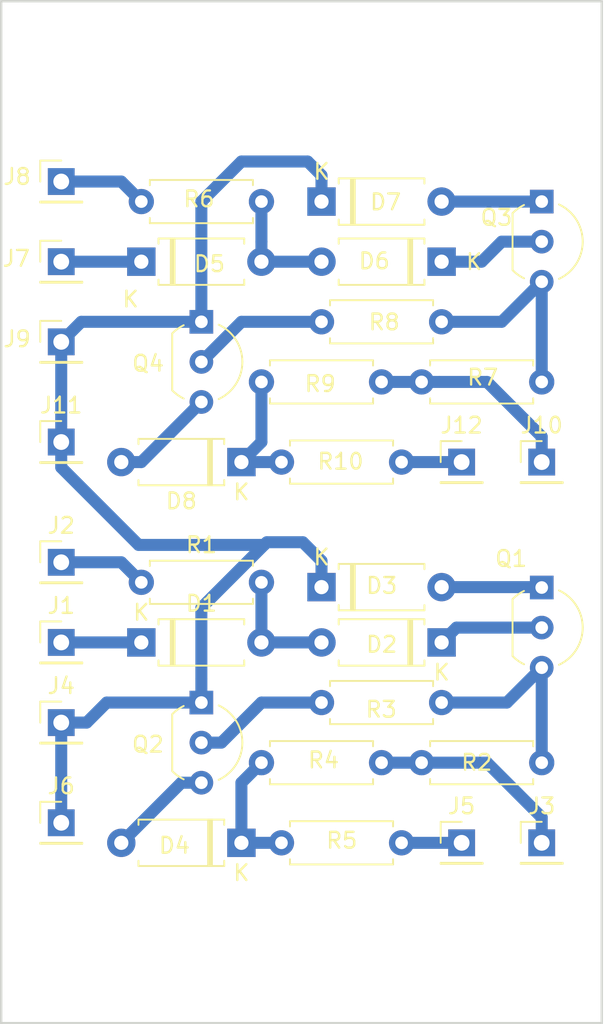
<source format=kicad_pcb>
(kicad_pcb (version 20171130) (host pcbnew 5.1.4-e60b266~84~ubuntu18.04.1)

  (general
    (thickness 1.6)
    (drawings 5)
    (tracks 73)
    (zones 0)
    (modules 38)
    (nets 24)
  )

  (page A4)
  (layers
    (0 F.Cu signal)
    (31 B.Cu signal)
    (32 B.Adhes user)
    (33 F.Adhes user)
    (34 B.Paste user)
    (35 F.Paste user)
    (36 B.SilkS user)
    (37 F.SilkS user)
    (38 B.Mask user)
    (39 F.Mask user)
    (40 Dwgs.User user)
    (41 Cmts.User user)
    (42 Eco1.User user)
    (43 Eco2.User user)
    (44 Edge.Cuts user)
    (45 Margin user)
    (46 B.CrtYd user)
    (47 F.CrtYd user)
    (48 B.Fab user)
    (49 F.Fab user hide)
  )

  (setup
    (last_trace_width 0.3048)
    (user_trace_width 0.762)
    (user_trace_width 2.032)
    (trace_clearance 0.3048)
    (zone_clearance 0.635)
    (zone_45_only no)
    (trace_min 0.3048)
    (via_size 1.3208)
    (via_drill 0.7112)
    (via_min_size 1.3208)
    (via_min_drill 0.7112)
    (uvia_size 0.508)
    (uvia_drill 0.127)
    (uvias_allowed no)
    (uvia_min_size 0.508)
    (uvia_min_drill 0.127)
    (edge_width 0.15)
    (segment_width 0.2)
    (pcb_text_width 0.3)
    (pcb_text_size 1 1)
    (mod_edge_width 0.15)
    (mod_text_size 1 1)
    (mod_text_width 0.15)
    (pad_size 3.2 3.2)
    (pad_drill 3.2)
    (pad_to_mask_clearance 0)
    (solder_mask_min_width 0.25)
    (aux_axis_origin 0 0)
    (visible_elements FFFEFF7F)
    (pcbplotparams
      (layerselection 0x01000_7ffffffe)
      (usegerberextensions false)
      (usegerberattributes false)
      (usegerberadvancedattributes false)
      (creategerberjobfile false)
      (excludeedgelayer false)
      (linewidth 0.100000)
      (plotframeref false)
      (viasonmask true)
      (mode 1)
      (useauxorigin false)
      (hpglpennumber 1)
      (hpglpenspeed 20)
      (hpglpendiameter 15.000000)
      (psnegative false)
      (psa4output false)
      (plotreference true)
      (plotvalue true)
      (plotinvisibletext false)
      (padsonsilk false)
      (subtractmaskfromsilk false)
      (outputformat 2)
      (mirror false)
      (drillshape 0)
      (scaleselection 1)
      (outputdirectory ""))
  )

  (net 0 "")
  (net 1 GND)
  (net 2 "Net-(D1-Pad1)")
  (net 3 "Net-(D1-Pad2)")
  (net 4 "Net-(D2-Pad1)")
  (net 5 "Net-(Q2-Pad2)")
  (net 6 "Net-(D4-Pad2)")
  (net 7 "Net-(J2-Pad1)")
  (net 8 "Net-(J3-Pad1)")
  (net 9 "Net-(J5-Pad1)")
  (net 10 "Net-(D3-Pad2)")
  (net 11 "Net-(Q1-Pad3)")
  (net 12 "Net-(D4-Pad1)")
  (net 13 "Net-(D5-Pad2)")
  (net 14 "Net-(D5-Pad1)")
  (net 15 "Net-(D6-Pad1)")
  (net 16 "Net-(D7-Pad2)")
  (net 17 "Net-(D8-Pad2)")
  (net 18 "Net-(D8-Pad1)")
  (net 19 "Net-(J8-Pad1)")
  (net 20 "Net-(J10-Pad1)")
  (net 21 "Net-(J12-Pad1)")
  (net 22 "Net-(Q3-Pad3)")
  (net 23 "Net-(Q4-Pad2)")

  (net_class Default "This is the default net class."
    (clearance 0.3048)
    (trace_width 0.3048)
    (via_dia 1.3208)
    (via_drill 0.7112)
    (uvia_dia 0.508)
    (uvia_drill 0.127)
    (add_net GND)
    (add_net "Net-(D1-Pad1)")
    (add_net "Net-(D1-Pad2)")
    (add_net "Net-(D2-Pad1)")
    (add_net "Net-(D3-Pad2)")
    (add_net "Net-(D4-Pad1)")
    (add_net "Net-(D4-Pad2)")
    (add_net "Net-(D5-Pad1)")
    (add_net "Net-(D5-Pad2)")
    (add_net "Net-(D6-Pad1)")
    (add_net "Net-(D7-Pad2)")
    (add_net "Net-(D8-Pad1)")
    (add_net "Net-(D8-Pad2)")
    (add_net "Net-(J10-Pad1)")
    (add_net "Net-(J12-Pad1)")
    (add_net "Net-(J2-Pad1)")
    (add_net "Net-(J3-Pad1)")
    (add_net "Net-(J5-Pad1)")
    (add_net "Net-(J8-Pad1)")
    (add_net "Net-(Q1-Pad3)")
    (add_net "Net-(Q2-Pad2)")
    (add_net "Net-(Q3-Pad3)")
    (add_net "Net-(Q4-Pad2)")
  )

  (net_class FT232 ""
    (clearance 0.1778)
    (trace_width 0.3048)
    (via_dia 1.3208)
    (via_drill 0.7112)
    (uvia_dia 0.508)
    (uvia_drill 0.127)
  )

  (module Resistor_THT:R_Axial_DIN0207_L6.3mm_D2.5mm_P7.62mm_Horizontal (layer F.Cu) (tedit 5AE5139B) (tstamp 5D8131C9)
    (at 151.13 86.36)
    (descr "Resistor, Axial_DIN0207 series, Axial, Horizontal, pin pitch=7.62mm, 0.25W = 1/4W, length*diameter=6.3*2.5mm^2, http://cdn-reichelt.de/documents/datenblatt/B400/1_4W%23YAG.pdf")
    (tags "Resistor Axial_DIN0207 series Axial Horizontal pin pitch 7.62mm 0.25W = 1/4W length 6.3mm diameter 2.5mm")
    (path /5D81B7EA)
    (fp_text reference R10 (at 3.75 -0.04) (layer F.SilkS)
      (effects (font (size 1 1) (thickness 0.15)))
    )
    (fp_text value 22 (at 3.81 2.37) (layer F.Fab)
      (effects (font (size 1 1) (thickness 0.15)))
    )
    (fp_text user %R (at 3.81 0) (layer F.Fab)
      (effects (font (size 1 1) (thickness 0.15)))
    )
    (fp_line (start 8.67 -1.5) (end -1.05 -1.5) (layer F.CrtYd) (width 0.05))
    (fp_line (start 8.67 1.5) (end 8.67 -1.5) (layer F.CrtYd) (width 0.05))
    (fp_line (start -1.05 1.5) (end 8.67 1.5) (layer F.CrtYd) (width 0.05))
    (fp_line (start -1.05 -1.5) (end -1.05 1.5) (layer F.CrtYd) (width 0.05))
    (fp_line (start 7.08 1.37) (end 7.08 1.04) (layer F.SilkS) (width 0.12))
    (fp_line (start 0.54 1.37) (end 7.08 1.37) (layer F.SilkS) (width 0.12))
    (fp_line (start 0.54 1.04) (end 0.54 1.37) (layer F.SilkS) (width 0.12))
    (fp_line (start 7.08 -1.37) (end 7.08 -1.04) (layer F.SilkS) (width 0.12))
    (fp_line (start 0.54 -1.37) (end 7.08 -1.37) (layer F.SilkS) (width 0.12))
    (fp_line (start 0.54 -1.04) (end 0.54 -1.37) (layer F.SilkS) (width 0.12))
    (fp_line (start 7.62 0) (end 6.96 0) (layer F.Fab) (width 0.1))
    (fp_line (start 0 0) (end 0.66 0) (layer F.Fab) (width 0.1))
    (fp_line (start 6.96 -1.25) (end 0.66 -1.25) (layer F.Fab) (width 0.1))
    (fp_line (start 6.96 1.25) (end 6.96 -1.25) (layer F.Fab) (width 0.1))
    (fp_line (start 0.66 1.25) (end 6.96 1.25) (layer F.Fab) (width 0.1))
    (fp_line (start 0.66 -1.25) (end 0.66 1.25) (layer F.Fab) (width 0.1))
    (pad 2 thru_hole oval (at 7.62 0) (size 1.6 1.6) (drill 0.8) (layers *.Cu *.Mask)
      (net 21 "Net-(J12-Pad1)"))
    (pad 1 thru_hole circle (at 0 0) (size 1.6 1.6) (drill 0.8) (layers *.Cu *.Mask)
      (net 18 "Net-(D8-Pad1)"))
    (model ${KISYS3DMOD}/Resistor_THT.3dshapes/R_Axial_DIN0207_L6.3mm_D2.5mm_P7.62mm_Horizontal.wrl
      (at (xyz 0 0 0))
      (scale (xyz 1 1 1))
      (rotate (xyz 0 0 0))
    )
  )

  (module Resistor_THT:R_Axial_DIN0207_L6.3mm_D2.5mm_P7.62mm_Horizontal (layer F.Cu) (tedit 5AE5139B) (tstamp 5D8131B2)
    (at 149.86 81.28)
    (descr "Resistor, Axial_DIN0207 series, Axial, Horizontal, pin pitch=7.62mm, 0.25W = 1/4W, length*diameter=6.3*2.5mm^2, http://cdn-reichelt.de/documents/datenblatt/B400/1_4W%23YAG.pdf")
    (tags "Resistor Axial_DIN0207 series Axial Horizontal pin pitch 7.62mm 0.25W = 1/4W length 6.3mm diameter 2.5mm")
    (path /5D81B7CF)
    (fp_text reference R9 (at 3.73 0.12) (layer F.SilkS)
      (effects (font (size 1 1) (thickness 0.15)))
    )
    (fp_text value 180 (at 3.81 2.37) (layer F.Fab)
      (effects (font (size 1 1) (thickness 0.15)))
    )
    (fp_text user %R (at 3.81 0) (layer F.Fab)
      (effects (font (size 1 1) (thickness 0.15)))
    )
    (fp_line (start 8.67 -1.5) (end -1.05 -1.5) (layer F.CrtYd) (width 0.05))
    (fp_line (start 8.67 1.5) (end 8.67 -1.5) (layer F.CrtYd) (width 0.05))
    (fp_line (start -1.05 1.5) (end 8.67 1.5) (layer F.CrtYd) (width 0.05))
    (fp_line (start -1.05 -1.5) (end -1.05 1.5) (layer F.CrtYd) (width 0.05))
    (fp_line (start 7.08 1.37) (end 7.08 1.04) (layer F.SilkS) (width 0.12))
    (fp_line (start 0.54 1.37) (end 7.08 1.37) (layer F.SilkS) (width 0.12))
    (fp_line (start 0.54 1.04) (end 0.54 1.37) (layer F.SilkS) (width 0.12))
    (fp_line (start 7.08 -1.37) (end 7.08 -1.04) (layer F.SilkS) (width 0.12))
    (fp_line (start 0.54 -1.37) (end 7.08 -1.37) (layer F.SilkS) (width 0.12))
    (fp_line (start 0.54 -1.04) (end 0.54 -1.37) (layer F.SilkS) (width 0.12))
    (fp_line (start 7.62 0) (end 6.96 0) (layer F.Fab) (width 0.1))
    (fp_line (start 0 0) (end 0.66 0) (layer F.Fab) (width 0.1))
    (fp_line (start 6.96 -1.25) (end 0.66 -1.25) (layer F.Fab) (width 0.1))
    (fp_line (start 6.96 1.25) (end 6.96 -1.25) (layer F.Fab) (width 0.1))
    (fp_line (start 0.66 1.25) (end 6.96 1.25) (layer F.Fab) (width 0.1))
    (fp_line (start 0.66 -1.25) (end 0.66 1.25) (layer F.Fab) (width 0.1))
    (pad 2 thru_hole oval (at 7.62 0) (size 1.6 1.6) (drill 0.8) (layers *.Cu *.Mask)
      (net 20 "Net-(J10-Pad1)"))
    (pad 1 thru_hole circle (at 0 0) (size 1.6 1.6) (drill 0.8) (layers *.Cu *.Mask)
      (net 18 "Net-(D8-Pad1)"))
    (model ${KISYS3DMOD}/Resistor_THT.3dshapes/R_Axial_DIN0207_L6.3mm_D2.5mm_P7.62mm_Horizontal.wrl
      (at (xyz 0 0 0))
      (scale (xyz 1 1 1))
      (rotate (xyz 0 0 0))
    )
  )

  (module Resistor_THT:R_Axial_DIN0207_L6.3mm_D2.5mm_P7.62mm_Horizontal (layer F.Cu) (tedit 5AE5139B) (tstamp 5D81319B)
    (at 153.67 77.47)
    (descr "Resistor, Axial_DIN0207 series, Axial, Horizontal, pin pitch=7.62mm, 0.25W = 1/4W, length*diameter=6.3*2.5mm^2, http://cdn-reichelt.de/documents/datenblatt/B400/1_4W%23YAG.pdf")
    (tags "Resistor Axial_DIN0207 series Axial Horizontal pin pitch 7.62mm 0.25W = 1/4W length 6.3mm diameter 2.5mm")
    (path /5D81B7FD)
    (fp_text reference R8 (at 3.98 0.02) (layer F.SilkS)
      (effects (font (size 1 1) (thickness 0.15)))
    )
    (fp_text value 100 (at 3.81 2.37) (layer F.Fab)
      (effects (font (size 1 1) (thickness 0.15)))
    )
    (fp_text user %R (at 3.81 0) (layer F.Fab)
      (effects (font (size 1 1) (thickness 0.15)))
    )
    (fp_line (start 8.67 -1.5) (end -1.05 -1.5) (layer F.CrtYd) (width 0.05))
    (fp_line (start 8.67 1.5) (end 8.67 -1.5) (layer F.CrtYd) (width 0.05))
    (fp_line (start -1.05 1.5) (end 8.67 1.5) (layer F.CrtYd) (width 0.05))
    (fp_line (start -1.05 -1.5) (end -1.05 1.5) (layer F.CrtYd) (width 0.05))
    (fp_line (start 7.08 1.37) (end 7.08 1.04) (layer F.SilkS) (width 0.12))
    (fp_line (start 0.54 1.37) (end 7.08 1.37) (layer F.SilkS) (width 0.12))
    (fp_line (start 0.54 1.04) (end 0.54 1.37) (layer F.SilkS) (width 0.12))
    (fp_line (start 7.08 -1.37) (end 7.08 -1.04) (layer F.SilkS) (width 0.12))
    (fp_line (start 0.54 -1.37) (end 7.08 -1.37) (layer F.SilkS) (width 0.12))
    (fp_line (start 0.54 -1.04) (end 0.54 -1.37) (layer F.SilkS) (width 0.12))
    (fp_line (start 7.62 0) (end 6.96 0) (layer F.Fab) (width 0.1))
    (fp_line (start 0 0) (end 0.66 0) (layer F.Fab) (width 0.1))
    (fp_line (start 6.96 -1.25) (end 0.66 -1.25) (layer F.Fab) (width 0.1))
    (fp_line (start 6.96 1.25) (end 6.96 -1.25) (layer F.Fab) (width 0.1))
    (fp_line (start 0.66 1.25) (end 6.96 1.25) (layer F.Fab) (width 0.1))
    (fp_line (start 0.66 -1.25) (end 0.66 1.25) (layer F.Fab) (width 0.1))
    (pad 2 thru_hole oval (at 7.62 0) (size 1.6 1.6) (drill 0.8) (layers *.Cu *.Mask)
      (net 22 "Net-(Q3-Pad3)"))
    (pad 1 thru_hole circle (at 0 0) (size 1.6 1.6) (drill 0.8) (layers *.Cu *.Mask)
      (net 23 "Net-(Q4-Pad2)"))
    (model ${KISYS3DMOD}/Resistor_THT.3dshapes/R_Axial_DIN0207_L6.3mm_D2.5mm_P7.62mm_Horizontal.wrl
      (at (xyz 0 0 0))
      (scale (xyz 1 1 1))
      (rotate (xyz 0 0 0))
    )
  )

  (module Resistor_THT:R_Axial_DIN0207_L6.3mm_D2.5mm_P7.62mm_Horizontal (layer F.Cu) (tedit 5AE5139B) (tstamp 5D813184)
    (at 167.64 81.28 180)
    (descr "Resistor, Axial_DIN0207 series, Axial, Horizontal, pin pitch=7.62mm, 0.25W = 1/4W, length*diameter=6.3*2.5mm^2, http://cdn-reichelt.de/documents/datenblatt/B400/1_4W%23YAG.pdf")
    (tags "Resistor Axial_DIN0207 series Axial Horizontal pin pitch 7.62mm 0.25W = 1/4W length 6.3mm diameter 2.5mm")
    (path /5D81B7F7)
    (fp_text reference R7 (at 3.74 0.29) (layer F.SilkS)
      (effects (font (size 1 1) (thickness 0.15)))
    )
    (fp_text value 4k7 (at 3.81 2.37) (layer F.Fab)
      (effects (font (size 1 1) (thickness 0.15)))
    )
    (fp_text user %R (at 3.81 0) (layer F.Fab)
      (effects (font (size 1 1) (thickness 0.15)))
    )
    (fp_line (start 8.67 -1.5) (end -1.05 -1.5) (layer F.CrtYd) (width 0.05))
    (fp_line (start 8.67 1.5) (end 8.67 -1.5) (layer F.CrtYd) (width 0.05))
    (fp_line (start -1.05 1.5) (end 8.67 1.5) (layer F.CrtYd) (width 0.05))
    (fp_line (start -1.05 -1.5) (end -1.05 1.5) (layer F.CrtYd) (width 0.05))
    (fp_line (start 7.08 1.37) (end 7.08 1.04) (layer F.SilkS) (width 0.12))
    (fp_line (start 0.54 1.37) (end 7.08 1.37) (layer F.SilkS) (width 0.12))
    (fp_line (start 0.54 1.04) (end 0.54 1.37) (layer F.SilkS) (width 0.12))
    (fp_line (start 7.08 -1.37) (end 7.08 -1.04) (layer F.SilkS) (width 0.12))
    (fp_line (start 0.54 -1.37) (end 7.08 -1.37) (layer F.SilkS) (width 0.12))
    (fp_line (start 0.54 -1.04) (end 0.54 -1.37) (layer F.SilkS) (width 0.12))
    (fp_line (start 7.62 0) (end 6.96 0) (layer F.Fab) (width 0.1))
    (fp_line (start 0 0) (end 0.66 0) (layer F.Fab) (width 0.1))
    (fp_line (start 6.96 -1.25) (end 0.66 -1.25) (layer F.Fab) (width 0.1))
    (fp_line (start 6.96 1.25) (end 6.96 -1.25) (layer F.Fab) (width 0.1))
    (fp_line (start 0.66 1.25) (end 6.96 1.25) (layer F.Fab) (width 0.1))
    (fp_line (start 0.66 -1.25) (end 0.66 1.25) (layer F.Fab) (width 0.1))
    (pad 2 thru_hole oval (at 7.62 0 180) (size 1.6 1.6) (drill 0.8) (layers *.Cu *.Mask)
      (net 20 "Net-(J10-Pad1)"))
    (pad 1 thru_hole circle (at 0 0 180) (size 1.6 1.6) (drill 0.8) (layers *.Cu *.Mask)
      (net 22 "Net-(Q3-Pad3)"))
    (model ${KISYS3DMOD}/Resistor_THT.3dshapes/R_Axial_DIN0207_L6.3mm_D2.5mm_P7.62mm_Horizontal.wrl
      (at (xyz 0 0 0))
      (scale (xyz 1 1 1))
      (rotate (xyz 0 0 0))
    )
  )

  (module Resistor_THT:R_Axial_DIN0207_L6.3mm_D2.5mm_P7.62mm_Horizontal (layer F.Cu) (tedit 5AE5139B) (tstamp 5D81316D)
    (at 142.24 69.85)
    (descr "Resistor, Axial_DIN0207 series, Axial, Horizontal, pin pitch=7.62mm, 0.25W = 1/4W, length*diameter=6.3*2.5mm^2, http://cdn-reichelt.de/documents/datenblatt/B400/1_4W%23YAG.pdf")
    (tags "Resistor Axial_DIN0207 series Axial Horizontal pin pitch 7.62mm 0.25W = 1/4W length 6.3mm diameter 2.5mm")
    (path /5D81B81B)
    (fp_text reference R6 (at 3.66 -0.16) (layer F.SilkS)
      (effects (font (size 1 1) (thickness 0.15)))
    )
    (fp_text value 4k7 (at 3.81 2.37) (layer F.Fab)
      (effects (font (size 1 1) (thickness 0.15)))
    )
    (fp_text user %R (at 3.81 0) (layer F.Fab)
      (effects (font (size 1 1) (thickness 0.15)))
    )
    (fp_line (start 8.67 -1.5) (end -1.05 -1.5) (layer F.CrtYd) (width 0.05))
    (fp_line (start 8.67 1.5) (end 8.67 -1.5) (layer F.CrtYd) (width 0.05))
    (fp_line (start -1.05 1.5) (end 8.67 1.5) (layer F.CrtYd) (width 0.05))
    (fp_line (start -1.05 -1.5) (end -1.05 1.5) (layer F.CrtYd) (width 0.05))
    (fp_line (start 7.08 1.37) (end 7.08 1.04) (layer F.SilkS) (width 0.12))
    (fp_line (start 0.54 1.37) (end 7.08 1.37) (layer F.SilkS) (width 0.12))
    (fp_line (start 0.54 1.04) (end 0.54 1.37) (layer F.SilkS) (width 0.12))
    (fp_line (start 7.08 -1.37) (end 7.08 -1.04) (layer F.SilkS) (width 0.12))
    (fp_line (start 0.54 -1.37) (end 7.08 -1.37) (layer F.SilkS) (width 0.12))
    (fp_line (start 0.54 -1.04) (end 0.54 -1.37) (layer F.SilkS) (width 0.12))
    (fp_line (start 7.62 0) (end 6.96 0) (layer F.Fab) (width 0.1))
    (fp_line (start 0 0) (end 0.66 0) (layer F.Fab) (width 0.1))
    (fp_line (start 6.96 -1.25) (end 0.66 -1.25) (layer F.Fab) (width 0.1))
    (fp_line (start 6.96 1.25) (end 6.96 -1.25) (layer F.Fab) (width 0.1))
    (fp_line (start 0.66 1.25) (end 6.96 1.25) (layer F.Fab) (width 0.1))
    (fp_line (start 0.66 -1.25) (end 0.66 1.25) (layer F.Fab) (width 0.1))
    (pad 2 thru_hole oval (at 7.62 0) (size 1.6 1.6) (drill 0.8) (layers *.Cu *.Mask)
      (net 13 "Net-(D5-Pad2)"))
    (pad 1 thru_hole circle (at 0 0) (size 1.6 1.6) (drill 0.8) (layers *.Cu *.Mask)
      (net 19 "Net-(J8-Pad1)"))
    (model ${KISYS3DMOD}/Resistor_THT.3dshapes/R_Axial_DIN0207_L6.3mm_D2.5mm_P7.62mm_Horizontal.wrl
      (at (xyz 0 0 0))
      (scale (xyz 1 1 1))
      (rotate (xyz 0 0 0))
    )
  )

  (module Package_TO_SOT_THT:TO-92_Inline_Wide (layer F.Cu) (tedit 5A02FF81) (tstamp 5D81307A)
    (at 146.05 77.47 270)
    (descr "TO-92 leads in-line, wide, drill 0.75mm (see NXP sot054_po.pdf)")
    (tags "to-92 sc-43 sc-43a sot54 PA33 transistor")
    (path /5D81B803)
    (fp_text reference Q4 (at 2.64 3.38 180) (layer F.SilkS)
      (effects (font (size 1 1) (thickness 0.15)))
    )
    (fp_text value "2n2907 o BC327" (at 2.54 2.79 90) (layer F.Fab)
      (effects (font (size 1 1) (thickness 0.15)))
    )
    (fp_arc (start 2.54 0) (end 4.34 1.85) (angle -20) (layer F.SilkS) (width 0.12))
    (fp_arc (start 2.54 0) (end 2.54 -2.48) (angle -135) (layer F.Fab) (width 0.1))
    (fp_arc (start 2.54 0) (end 2.54 -2.48) (angle 135) (layer F.Fab) (width 0.1))
    (fp_arc (start 2.54 0) (end 2.54 -2.6) (angle 65) (layer F.SilkS) (width 0.12))
    (fp_arc (start 2.54 0) (end 2.54 -2.6) (angle -65) (layer F.SilkS) (width 0.12))
    (fp_arc (start 2.54 0) (end 0.74 1.85) (angle 20) (layer F.SilkS) (width 0.12))
    (fp_line (start 6.09 2.01) (end -1.01 2.01) (layer F.CrtYd) (width 0.05))
    (fp_line (start 6.09 2.01) (end 6.09 -2.73) (layer F.CrtYd) (width 0.05))
    (fp_line (start -1.01 -2.73) (end -1.01 2.01) (layer F.CrtYd) (width 0.05))
    (fp_line (start -1.01 -2.73) (end 6.09 -2.73) (layer F.CrtYd) (width 0.05))
    (fp_line (start 0.8 1.75) (end 4.3 1.75) (layer F.Fab) (width 0.1))
    (fp_line (start 0.74 1.85) (end 4.34 1.85) (layer F.SilkS) (width 0.12))
    (fp_text user %R (at 2.54 -3.56 90) (layer F.Fab)
      (effects (font (size 1 1) (thickness 0.15)))
    )
    (pad 1 thru_hole rect (at 0 0) (size 1.5 1.5) (drill 0.8) (layers *.Cu *.Mask)
      (net 1 GND))
    (pad 3 thru_hole circle (at 5.08 0) (size 1.5 1.5) (drill 0.8) (layers *.Cu *.Mask)
      (net 17 "Net-(D8-Pad2)"))
    (pad 2 thru_hole circle (at 2.54 0) (size 1.5 1.5) (drill 0.8) (layers *.Cu *.Mask)
      (net 23 "Net-(Q4-Pad2)"))
    (model ${KISYS3DMOD}/Package_TO_SOT_THT.3dshapes/TO-92_Inline_Wide.wrl
      (at (xyz 0 0 0))
      (scale (xyz 1 1 1))
      (rotate (xyz 0 0 0))
    )
  )

  (module Package_TO_SOT_THT:TO-92_Inline_Wide (layer F.Cu) (tedit 5A02FF81) (tstamp 5D813F40)
    (at 167.64 69.85 270)
    (descr "TO-92 leads in-line, wide, drill 0.75mm (see NXP sot054_po.pdf)")
    (tags "to-92 sc-43 sc-43a sot54 PA33 transistor")
    (path /5D81B809)
    (fp_text reference Q3 (at 1.01 2.87 180) (layer F.SilkS)
      (effects (font (size 1 1) (thickness 0.15)))
    )
    (fp_text value BC548 (at 2.54 2.79 90) (layer F.Fab)
      (effects (font (size 1 1) (thickness 0.15)))
    )
    (fp_arc (start 2.54 0) (end 4.34 1.85) (angle -20) (layer F.SilkS) (width 0.12))
    (fp_arc (start 2.54 0) (end 2.54 -2.48) (angle -135) (layer F.Fab) (width 0.1))
    (fp_arc (start 2.54 0) (end 2.54 -2.48) (angle 135) (layer F.Fab) (width 0.1))
    (fp_arc (start 2.54 0) (end 2.54 -2.6) (angle 65) (layer F.SilkS) (width 0.12))
    (fp_arc (start 2.54 0) (end 2.54 -2.6) (angle -65) (layer F.SilkS) (width 0.12))
    (fp_arc (start 2.54 0) (end 0.74 1.85) (angle 20) (layer F.SilkS) (width 0.12))
    (fp_line (start 6.09 2.01) (end -1.01 2.01) (layer F.CrtYd) (width 0.05))
    (fp_line (start 6.09 2.01) (end 6.09 -2.73) (layer F.CrtYd) (width 0.05))
    (fp_line (start -1.01 -2.73) (end -1.01 2.01) (layer F.CrtYd) (width 0.05))
    (fp_line (start -1.01 -2.73) (end 6.09 -2.73) (layer F.CrtYd) (width 0.05))
    (fp_line (start 0.8 1.75) (end 4.3 1.75) (layer F.Fab) (width 0.1))
    (fp_line (start 0.74 1.85) (end 4.34 1.85) (layer F.SilkS) (width 0.12))
    (fp_text user %R (at 2.54 -3.56 90) (layer F.Fab)
      (effects (font (size 1 1) (thickness 0.15)))
    )
    (pad 1 thru_hole rect (at 0 0) (size 1.5 1.5) (drill 0.8) (layers *.Cu *.Mask)
      (net 16 "Net-(D7-Pad2)"))
    (pad 3 thru_hole circle (at 5.08 0) (size 1.5 1.5) (drill 0.8) (layers *.Cu *.Mask)
      (net 22 "Net-(Q3-Pad3)"))
    (pad 2 thru_hole circle (at 2.54 0) (size 1.5 1.5) (drill 0.8) (layers *.Cu *.Mask)
      (net 15 "Net-(D6-Pad1)"))
    (model ${KISYS3DMOD}/Package_TO_SOT_THT.3dshapes/TO-92_Inline_Wide.wrl
      (at (xyz 0 0 0))
      (scale (xyz 1 1 1))
      (rotate (xyz 0 0 0))
    )
  )

  (module Connector_PinHeader_2.54mm:PinHeader_1x01_P2.54mm_Vertical (layer F.Cu) (tedit 59FED5CC) (tstamp 5D813006)
    (at 162.56 86.36)
    (descr "Through hole straight pin header, 1x01, 2.54mm pitch, single row")
    (tags "Through hole pin header THT 1x01 2.54mm single row")
    (path /5D81B835)
    (fp_text reference J12 (at 0 -2.33) (layer F.SilkS)
      (effects (font (size 1 1) (thickness 0.15)))
    )
    (fp_text value Conn_01x01 (at 0 2.33) (layer F.Fab)
      (effects (font (size 1 1) (thickness 0.15)))
    )
    (fp_text user %R (at 0 0 90) (layer F.Fab)
      (effects (font (size 1 1) (thickness 0.15)))
    )
    (fp_line (start 1.8 -1.8) (end -1.8 -1.8) (layer F.CrtYd) (width 0.05))
    (fp_line (start 1.8 1.8) (end 1.8 -1.8) (layer F.CrtYd) (width 0.05))
    (fp_line (start -1.8 1.8) (end 1.8 1.8) (layer F.CrtYd) (width 0.05))
    (fp_line (start -1.8 -1.8) (end -1.8 1.8) (layer F.CrtYd) (width 0.05))
    (fp_line (start -1.33 -1.33) (end 0 -1.33) (layer F.SilkS) (width 0.12))
    (fp_line (start -1.33 0) (end -1.33 -1.33) (layer F.SilkS) (width 0.12))
    (fp_line (start -1.33 1.27) (end 1.33 1.27) (layer F.SilkS) (width 0.12))
    (fp_line (start 1.33 1.27) (end 1.33 1.33) (layer F.SilkS) (width 0.12))
    (fp_line (start -1.33 1.27) (end -1.33 1.33) (layer F.SilkS) (width 0.12))
    (fp_line (start -1.33 1.33) (end 1.33 1.33) (layer F.SilkS) (width 0.12))
    (fp_line (start -1.27 -0.635) (end -0.635 -1.27) (layer F.Fab) (width 0.1))
    (fp_line (start -1.27 1.27) (end -1.27 -0.635) (layer F.Fab) (width 0.1))
    (fp_line (start 1.27 1.27) (end -1.27 1.27) (layer F.Fab) (width 0.1))
    (fp_line (start 1.27 -1.27) (end 1.27 1.27) (layer F.Fab) (width 0.1))
    (fp_line (start -0.635 -1.27) (end 1.27 -1.27) (layer F.Fab) (width 0.1))
    (pad 1 thru_hole rect (at 0 0) (size 1.7 1.7) (drill 1) (layers *.Cu *.Mask)
      (net 21 "Net-(J12-Pad1)"))
    (model ${KISYS3DMOD}/Connector_PinHeader_2.54mm.3dshapes/PinHeader_1x01_P2.54mm_Vertical.wrl
      (at (xyz 0 0 0))
      (scale (xyz 1 1 1))
      (rotate (xyz 0 0 0))
    )
  )

  (module Connector_PinHeader_2.54mm:PinHeader_1x01_P2.54mm_Vertical (layer F.Cu) (tedit 59FED5CC) (tstamp 5D812FF1)
    (at 137.16 85.09)
    (descr "Through hole straight pin header, 1x01, 2.54mm pitch, single row")
    (tags "Through hole pin header THT 1x01 2.54mm single row")
    (path /5D81B853)
    (fp_text reference J11 (at 0 -2.33) (layer F.SilkS)
      (effects (font (size 1 1) (thickness 0.15)))
    )
    (fp_text value Conn_01x01 (at 0 2.33) (layer F.Fab)
      (effects (font (size 1 1) (thickness 0.15)))
    )
    (fp_text user %R (at 0 0 90) (layer F.Fab)
      (effects (font (size 1 1) (thickness 0.15)))
    )
    (fp_line (start 1.8 -1.8) (end -1.8 -1.8) (layer F.CrtYd) (width 0.05))
    (fp_line (start 1.8 1.8) (end 1.8 -1.8) (layer F.CrtYd) (width 0.05))
    (fp_line (start -1.8 1.8) (end 1.8 1.8) (layer F.CrtYd) (width 0.05))
    (fp_line (start -1.8 -1.8) (end -1.8 1.8) (layer F.CrtYd) (width 0.05))
    (fp_line (start -1.33 -1.33) (end 0 -1.33) (layer F.SilkS) (width 0.12))
    (fp_line (start -1.33 0) (end -1.33 -1.33) (layer F.SilkS) (width 0.12))
    (fp_line (start -1.33 1.27) (end 1.33 1.27) (layer F.SilkS) (width 0.12))
    (fp_line (start 1.33 1.27) (end 1.33 1.33) (layer F.SilkS) (width 0.12))
    (fp_line (start -1.33 1.27) (end -1.33 1.33) (layer F.SilkS) (width 0.12))
    (fp_line (start -1.33 1.33) (end 1.33 1.33) (layer F.SilkS) (width 0.12))
    (fp_line (start -1.27 -0.635) (end -0.635 -1.27) (layer F.Fab) (width 0.1))
    (fp_line (start -1.27 1.27) (end -1.27 -0.635) (layer F.Fab) (width 0.1))
    (fp_line (start 1.27 1.27) (end -1.27 1.27) (layer F.Fab) (width 0.1))
    (fp_line (start 1.27 -1.27) (end 1.27 1.27) (layer F.Fab) (width 0.1))
    (fp_line (start -0.635 -1.27) (end 1.27 -1.27) (layer F.Fab) (width 0.1))
    (pad 1 thru_hole rect (at 0 0) (size 1.7 1.7) (drill 1) (layers *.Cu *.Mask)
      (net 1 GND))
    (model ${KISYS3DMOD}/Connector_PinHeader_2.54mm.3dshapes/PinHeader_1x01_P2.54mm_Vertical.wrl
      (at (xyz 0 0 0))
      (scale (xyz 1 1 1))
      (rotate (xyz 0 0 0))
    )
  )

  (module Connector_PinHeader_2.54mm:PinHeader_1x01_P2.54mm_Vertical (layer F.Cu) (tedit 59FED5CC) (tstamp 5D81416F)
    (at 167.64 86.36)
    (descr "Through hole straight pin header, 1x01, 2.54mm pitch, single row")
    (tags "Through hole pin header THT 1x01 2.54mm single row")
    (path /5D81B83B)
    (fp_text reference J10 (at 0 -2.33) (layer F.SilkS)
      (effects (font (size 1 1) (thickness 0.15)))
    )
    (fp_text value Conn_01x01 (at 0 2.33) (layer F.Fab)
      (effects (font (size 1 1) (thickness 0.15)))
    )
    (fp_text user %R (at 0 0 90) (layer F.Fab)
      (effects (font (size 1 1) (thickness 0.15)))
    )
    (fp_line (start 1.8 -1.8) (end -1.8 -1.8) (layer F.CrtYd) (width 0.05))
    (fp_line (start 1.8 1.8) (end 1.8 -1.8) (layer F.CrtYd) (width 0.05))
    (fp_line (start -1.8 1.8) (end 1.8 1.8) (layer F.CrtYd) (width 0.05))
    (fp_line (start -1.8 -1.8) (end -1.8 1.8) (layer F.CrtYd) (width 0.05))
    (fp_line (start -1.33 -1.33) (end 0 -1.33) (layer F.SilkS) (width 0.12))
    (fp_line (start -1.33 0) (end -1.33 -1.33) (layer F.SilkS) (width 0.12))
    (fp_line (start -1.33 1.27) (end 1.33 1.27) (layer F.SilkS) (width 0.12))
    (fp_line (start 1.33 1.27) (end 1.33 1.33) (layer F.SilkS) (width 0.12))
    (fp_line (start -1.33 1.27) (end -1.33 1.33) (layer F.SilkS) (width 0.12))
    (fp_line (start -1.33 1.33) (end 1.33 1.33) (layer F.SilkS) (width 0.12))
    (fp_line (start -1.27 -0.635) (end -0.635 -1.27) (layer F.Fab) (width 0.1))
    (fp_line (start -1.27 1.27) (end -1.27 -0.635) (layer F.Fab) (width 0.1))
    (fp_line (start 1.27 1.27) (end -1.27 1.27) (layer F.Fab) (width 0.1))
    (fp_line (start 1.27 -1.27) (end 1.27 1.27) (layer F.Fab) (width 0.1))
    (fp_line (start -0.635 -1.27) (end 1.27 -1.27) (layer F.Fab) (width 0.1))
    (pad 1 thru_hole rect (at 0 0) (size 1.7 1.7) (drill 1) (layers *.Cu *.Mask)
      (net 20 "Net-(J10-Pad1)"))
    (model ${KISYS3DMOD}/Connector_PinHeader_2.54mm.3dshapes/PinHeader_1x01_P2.54mm_Vertical.wrl
      (at (xyz 0 0 0))
      (scale (xyz 1 1 1))
      (rotate (xyz 0 0 0))
    )
  )

  (module Connector_PinHeader_2.54mm:PinHeader_1x01_P2.54mm_Vertical (layer F.Cu) (tedit 59FED5CC) (tstamp 5D812FC7)
    (at 137.16 78.74)
    (descr "Through hole straight pin header, 1x01, 2.54mm pitch, single row")
    (tags "Through hole pin header THT 1x01 2.54mm single row")
    (path /5D81B85D)
    (fp_text reference J9 (at -2.8 -0.18) (layer F.SilkS)
      (effects (font (size 1 1) (thickness 0.15)))
    )
    (fp_text value Conn_01x01 (at 0 2.33) (layer F.Fab)
      (effects (font (size 1 1) (thickness 0.15)))
    )
    (fp_text user %R (at 0 0 90) (layer F.Fab)
      (effects (font (size 1 1) (thickness 0.15)))
    )
    (fp_line (start 1.8 -1.8) (end -1.8 -1.8) (layer F.CrtYd) (width 0.05))
    (fp_line (start 1.8 1.8) (end 1.8 -1.8) (layer F.CrtYd) (width 0.05))
    (fp_line (start -1.8 1.8) (end 1.8 1.8) (layer F.CrtYd) (width 0.05))
    (fp_line (start -1.8 -1.8) (end -1.8 1.8) (layer F.CrtYd) (width 0.05))
    (fp_line (start -1.33 -1.33) (end 0 -1.33) (layer F.SilkS) (width 0.12))
    (fp_line (start -1.33 0) (end -1.33 -1.33) (layer F.SilkS) (width 0.12))
    (fp_line (start -1.33 1.27) (end 1.33 1.27) (layer F.SilkS) (width 0.12))
    (fp_line (start 1.33 1.27) (end 1.33 1.33) (layer F.SilkS) (width 0.12))
    (fp_line (start -1.33 1.27) (end -1.33 1.33) (layer F.SilkS) (width 0.12))
    (fp_line (start -1.33 1.33) (end 1.33 1.33) (layer F.SilkS) (width 0.12))
    (fp_line (start -1.27 -0.635) (end -0.635 -1.27) (layer F.Fab) (width 0.1))
    (fp_line (start -1.27 1.27) (end -1.27 -0.635) (layer F.Fab) (width 0.1))
    (fp_line (start 1.27 1.27) (end -1.27 1.27) (layer F.Fab) (width 0.1))
    (fp_line (start 1.27 -1.27) (end 1.27 1.27) (layer F.Fab) (width 0.1))
    (fp_line (start -0.635 -1.27) (end 1.27 -1.27) (layer F.Fab) (width 0.1))
    (pad 1 thru_hole rect (at 0 0) (size 1.7 1.7) (drill 1) (layers *.Cu *.Mask)
      (net 1 GND))
    (model ${KISYS3DMOD}/Connector_PinHeader_2.54mm.3dshapes/PinHeader_1x01_P2.54mm_Vertical.wrl
      (at (xyz 0 0 0))
      (scale (xyz 1 1 1))
      (rotate (xyz 0 0 0))
    )
  )

  (module Connector_PinHeader_2.54mm:PinHeader_1x01_P2.54mm_Vertical (layer F.Cu) (tedit 59FED5CC) (tstamp 5D812FB2)
    (at 137.16 68.58)
    (descr "Through hole straight pin header, 1x01, 2.54mm pitch, single row")
    (tags "Through hole pin header THT 1x01 2.54mm single row")
    (path /5D81B847)
    (fp_text reference J8 (at -2.8 -0.31) (layer F.SilkS)
      (effects (font (size 1 1) (thickness 0.15)))
    )
    (fp_text value Conn_01x01 (at 0 2.33) (layer F.Fab)
      (effects (font (size 1 1) (thickness 0.15)))
    )
    (fp_text user %R (at 0 0 90) (layer F.Fab)
      (effects (font (size 1 1) (thickness 0.15)))
    )
    (fp_line (start 1.8 -1.8) (end -1.8 -1.8) (layer F.CrtYd) (width 0.05))
    (fp_line (start 1.8 1.8) (end 1.8 -1.8) (layer F.CrtYd) (width 0.05))
    (fp_line (start -1.8 1.8) (end 1.8 1.8) (layer F.CrtYd) (width 0.05))
    (fp_line (start -1.8 -1.8) (end -1.8 1.8) (layer F.CrtYd) (width 0.05))
    (fp_line (start -1.33 -1.33) (end 0 -1.33) (layer F.SilkS) (width 0.12))
    (fp_line (start -1.33 0) (end -1.33 -1.33) (layer F.SilkS) (width 0.12))
    (fp_line (start -1.33 1.27) (end 1.33 1.27) (layer F.SilkS) (width 0.12))
    (fp_line (start 1.33 1.27) (end 1.33 1.33) (layer F.SilkS) (width 0.12))
    (fp_line (start -1.33 1.27) (end -1.33 1.33) (layer F.SilkS) (width 0.12))
    (fp_line (start -1.33 1.33) (end 1.33 1.33) (layer F.SilkS) (width 0.12))
    (fp_line (start -1.27 -0.635) (end -0.635 -1.27) (layer F.Fab) (width 0.1))
    (fp_line (start -1.27 1.27) (end -1.27 -0.635) (layer F.Fab) (width 0.1))
    (fp_line (start 1.27 1.27) (end -1.27 1.27) (layer F.Fab) (width 0.1))
    (fp_line (start 1.27 -1.27) (end 1.27 1.27) (layer F.Fab) (width 0.1))
    (fp_line (start -0.635 -1.27) (end 1.27 -1.27) (layer F.Fab) (width 0.1))
    (pad 1 thru_hole rect (at 0 0) (size 1.7 1.7) (drill 1) (layers *.Cu *.Mask)
      (net 19 "Net-(J8-Pad1)"))
    (model ${KISYS3DMOD}/Connector_PinHeader_2.54mm.3dshapes/PinHeader_1x01_P2.54mm_Vertical.wrl
      (at (xyz 0 0 0))
      (scale (xyz 1 1 1))
      (rotate (xyz 0 0 0))
    )
  )

  (module Connector_PinHeader_2.54mm:PinHeader_1x01_P2.54mm_Vertical (layer F.Cu) (tedit 59FED5CC) (tstamp 5D812F9D)
    (at 137.16 73.66)
    (descr "Through hole straight pin header, 1x01, 2.54mm pitch, single row")
    (tags "Through hole pin header THT 1x01 2.54mm single row")
    (path /5D81B841)
    (fp_text reference J7 (at -2.85 -0.2) (layer F.SilkS)
      (effects (font (size 1 1) (thickness 0.15)))
    )
    (fp_text value Conn_01x01 (at 0 2.33) (layer F.Fab)
      (effects (font (size 1 1) (thickness 0.15)))
    )
    (fp_text user %R (at 0 0 90) (layer F.Fab)
      (effects (font (size 1 1) (thickness 0.15)))
    )
    (fp_line (start 1.8 -1.8) (end -1.8 -1.8) (layer F.CrtYd) (width 0.05))
    (fp_line (start 1.8 1.8) (end 1.8 -1.8) (layer F.CrtYd) (width 0.05))
    (fp_line (start -1.8 1.8) (end 1.8 1.8) (layer F.CrtYd) (width 0.05))
    (fp_line (start -1.8 -1.8) (end -1.8 1.8) (layer F.CrtYd) (width 0.05))
    (fp_line (start -1.33 -1.33) (end 0 -1.33) (layer F.SilkS) (width 0.12))
    (fp_line (start -1.33 0) (end -1.33 -1.33) (layer F.SilkS) (width 0.12))
    (fp_line (start -1.33 1.27) (end 1.33 1.27) (layer F.SilkS) (width 0.12))
    (fp_line (start 1.33 1.27) (end 1.33 1.33) (layer F.SilkS) (width 0.12))
    (fp_line (start -1.33 1.27) (end -1.33 1.33) (layer F.SilkS) (width 0.12))
    (fp_line (start -1.33 1.33) (end 1.33 1.33) (layer F.SilkS) (width 0.12))
    (fp_line (start -1.27 -0.635) (end -0.635 -1.27) (layer F.Fab) (width 0.1))
    (fp_line (start -1.27 1.27) (end -1.27 -0.635) (layer F.Fab) (width 0.1))
    (fp_line (start 1.27 1.27) (end -1.27 1.27) (layer F.Fab) (width 0.1))
    (fp_line (start 1.27 -1.27) (end 1.27 1.27) (layer F.Fab) (width 0.1))
    (fp_line (start -0.635 -1.27) (end 1.27 -1.27) (layer F.Fab) (width 0.1))
    (pad 1 thru_hole rect (at 0 0) (size 1.7 1.7) (drill 1) (layers *.Cu *.Mask)
      (net 14 "Net-(D5-Pad1)"))
    (model ${KISYS3DMOD}/Connector_PinHeader_2.54mm.3dshapes/PinHeader_1x01_P2.54mm_Vertical.wrl
      (at (xyz 0 0 0))
      (scale (xyz 1 1 1))
      (rotate (xyz 0 0 0))
    )
  )

  (module MountingHole:MountingHole_3.2mm_M3 (layer F.Cu) (tedit 56D1B4CB) (tstamp 5D812E98)
    (at 138.43 62.23)
    (descr "Mounting Hole 3.2mm, no annular, M3")
    (tags "mounting hole 3.2mm no annular m3")
    (path /5D81256B)
    (attr virtual)
    (fp_text reference H4 (at 0 -4.2) (layer F.SilkS) hide
      (effects (font (size 1 1) (thickness 0.15)))
    )
    (fp_text value MountingHole (at 0 4.2) (layer F.Fab)
      (effects (font (size 1 1) (thickness 0.15)))
    )
    (fp_circle (center 0 0) (end 3.45 0) (layer F.CrtYd) (width 0.05))
    (fp_circle (center 0 0) (end 3.2 0) (layer Cmts.User) (width 0.15))
    (fp_text user %R (at 0.3 0) (layer F.Fab)
      (effects (font (size 1 1) (thickness 0.15)))
    )
    (pad 1 np_thru_hole circle (at 0 0) (size 3.2 3.2) (drill 3.2) (layers *.Cu *.Mask))
  )

  (module MountingHole:MountingHole_3.2mm_M3 (layer F.Cu) (tedit 56D1B4CB) (tstamp 5D812E90)
    (at 166.37 116.84)
    (descr "Mounting Hole 3.2mm, no annular, M3")
    (tags "mounting hole 3.2mm no annular m3")
    (path /5D83F3B9)
    (attr virtual)
    (fp_text reference H3 (at -4.58 -0.24) (layer F.SilkS) hide
      (effects (font (size 1 1) (thickness 0.15)))
    )
    (fp_text value MountingHole (at 0 4.2) (layer F.Fab)
      (effects (font (size 1 1) (thickness 0.15)))
    )
    (fp_circle (center 0 0) (end 3.45 0) (layer F.CrtYd) (width 0.05))
    (fp_circle (center 0 0) (end 3.2 0) (layer Cmts.User) (width 0.15))
    (fp_text user %R (at 0.3 0) (layer F.Fab)
      (effects (font (size 1 1) (thickness 0.15)))
    )
    (pad 1 np_thru_hole circle (at 0 0) (size 3.2 3.2) (drill 3.2) (layers *.Cu *.Mask))
  )

  (module MountingHole:MountingHole_3.2mm_M3 (layer F.Cu) (tedit 56D1B4CB) (tstamp 5D812E88)
    (at 138.43 116.84)
    (descr "Mounting Hole 3.2mm, no annular, M3")
    (tags "mounting hole 3.2mm no annular m3")
    (path /5D83ECF7)
    (attr virtual)
    (fp_text reference H2 (at 0 -4.2) (layer F.SilkS) hide
      (effects (font (size 1 1) (thickness 0.15)))
    )
    (fp_text value MountingHole (at 0 4.2) (layer F.Fab)
      (effects (font (size 1 1) (thickness 0.15)))
    )
    (fp_circle (center 0 0) (end 3.45 0) (layer F.CrtYd) (width 0.05))
    (fp_circle (center 0 0) (end 3.2 0) (layer Cmts.User) (width 0.15))
    (fp_text user %R (at 0.3 0) (layer F.Fab)
      (effects (font (size 1 1) (thickness 0.15)))
    )
    (pad 1 np_thru_hole circle (at 0 0) (size 3.2 3.2) (drill 3.2) (layers *.Cu *.Mask))
  )

  (module MountingHole:MountingHole_3.2mm_M3 (layer F.Cu) (tedit 56D1B4CB) (tstamp 5D812E80)
    (at 166.37 62.23)
    (descr "Mounting Hole 3.2mm, no annular, M3")
    (tags "mounting hole 3.2mm no annular m3")
    (path /5D83EF38)
    (attr virtual)
    (fp_text reference H1 (at 0 -4.2) (layer F.SilkS) hide
      (effects (font (size 1 1) (thickness 0.15)))
    )
    (fp_text value MountingHole (at 0 4.2) (layer F.Fab)
      (effects (font (size 1 1) (thickness 0.15)))
    )
    (fp_circle (center 0 0) (end 3.45 0) (layer F.CrtYd) (width 0.05))
    (fp_circle (center 0 0) (end 3.2 0) (layer Cmts.User) (width 0.15))
    (fp_text user %R (at 0.3 0) (layer F.Fab)
      (effects (font (size 1 1) (thickness 0.15)))
    )
    (pad 1 np_thru_hole circle (at 0 0) (size 3.2 3.2) (drill 3.2) (layers *.Cu *.Mask))
  )

  (module Diode_THT:D_A-405_P7.62mm_Horizontal (layer F.Cu) (tedit 5AE50CD5) (tstamp 5D812E78)
    (at 148.59 86.36 180)
    (descr "Diode, A-405 series, Axial, Horizontal, pin pitch=7.62mm, , length*diameter=5.2*2.7mm^2, , http://www.diodes.com/_files/packages/A-405.pdf")
    (tags "Diode A-405 series Axial Horizontal pin pitch 7.62mm  length 5.2mm diameter 2.7mm")
    (path /5D81B7E4)
    (fp_text reference D8 (at 3.81 -2.47) (layer F.SilkS)
      (effects (font (size 1 1) (thickness 0.15)))
    )
    (fp_text value 12v (at 3.81 2.47) (layer F.Fab)
      (effects (font (size 1 1) (thickness 0.15)))
    )
    (fp_text user K (at 0 -1.9) (layer F.SilkS)
      (effects (font (size 1 1) (thickness 0.15)))
    )
    (fp_text user K (at 0 -1.9) (layer F.Fab)
      (effects (font (size 1 1) (thickness 0.15)))
    )
    (fp_text user %R (at 4.2 0) (layer F.Fab)
      (effects (font (size 1 1) (thickness 0.15)))
    )
    (fp_line (start 8.77 -1.6) (end -1.15 -1.6) (layer F.CrtYd) (width 0.05))
    (fp_line (start 8.77 1.6) (end 8.77 -1.6) (layer F.CrtYd) (width 0.05))
    (fp_line (start -1.15 1.6) (end 8.77 1.6) (layer F.CrtYd) (width 0.05))
    (fp_line (start -1.15 -1.6) (end -1.15 1.6) (layer F.CrtYd) (width 0.05))
    (fp_line (start 1.87 -1.47) (end 1.87 1.47) (layer F.SilkS) (width 0.12))
    (fp_line (start 2.11 -1.47) (end 2.11 1.47) (layer F.SilkS) (width 0.12))
    (fp_line (start 1.99 -1.47) (end 1.99 1.47) (layer F.SilkS) (width 0.12))
    (fp_line (start 6.53 1.47) (end 6.53 1.14) (layer F.SilkS) (width 0.12))
    (fp_line (start 1.09 1.47) (end 6.53 1.47) (layer F.SilkS) (width 0.12))
    (fp_line (start 1.09 1.14) (end 1.09 1.47) (layer F.SilkS) (width 0.12))
    (fp_line (start 6.53 -1.47) (end 6.53 -1.14) (layer F.SilkS) (width 0.12))
    (fp_line (start 1.09 -1.47) (end 6.53 -1.47) (layer F.SilkS) (width 0.12))
    (fp_line (start 1.09 -1.14) (end 1.09 -1.47) (layer F.SilkS) (width 0.12))
    (fp_line (start 1.89 -1.35) (end 1.89 1.35) (layer F.Fab) (width 0.1))
    (fp_line (start 2.09 -1.35) (end 2.09 1.35) (layer F.Fab) (width 0.1))
    (fp_line (start 1.99 -1.35) (end 1.99 1.35) (layer F.Fab) (width 0.1))
    (fp_line (start 7.62 0) (end 6.41 0) (layer F.Fab) (width 0.1))
    (fp_line (start 0 0) (end 1.21 0) (layer F.Fab) (width 0.1))
    (fp_line (start 6.41 -1.35) (end 1.21 -1.35) (layer F.Fab) (width 0.1))
    (fp_line (start 6.41 1.35) (end 6.41 -1.35) (layer F.Fab) (width 0.1))
    (fp_line (start 1.21 1.35) (end 6.41 1.35) (layer F.Fab) (width 0.1))
    (fp_line (start 1.21 -1.35) (end 1.21 1.35) (layer F.Fab) (width 0.1))
    (pad 2 thru_hole oval (at 7.62 0 180) (size 1.8 1.8) (drill 0.9) (layers *.Cu *.Mask)
      (net 17 "Net-(D8-Pad2)"))
    (pad 1 thru_hole rect (at 0 0 180) (size 1.8 1.8) (drill 0.9) (layers *.Cu *.Mask)
      (net 18 "Net-(D8-Pad1)"))
    (model ${KISYS3DMOD}/Diode_THT.3dshapes/D_A-405_P7.62mm_Horizontal.wrl
      (at (xyz 0 0 0))
      (scale (xyz 1 1 1))
      (rotate (xyz 0 0 0))
    )
  )

  (module Diode_THT:D_A-405_P7.62mm_Horizontal (layer F.Cu) (tedit 5AE50CD5) (tstamp 5D812E59)
    (at 153.67 69.85)
    (descr "Diode, A-405 series, Axial, Horizontal, pin pitch=7.62mm, , length*diameter=5.2*2.7mm^2, , http://www.diodes.com/_files/packages/A-405.pdf")
    (tags "Diode A-405 series Axial Horizontal pin pitch 7.62mm  length 5.2mm diameter 2.7mm")
    (path /5D81B82D)
    (fp_text reference D7 (at 4.07 0.03) (layer F.SilkS)
      (effects (font (size 1 1) (thickness 0.15)))
    )
    (fp_text value 1N4148 (at 3.81 2.47) (layer F.Fab)
      (effects (font (size 1 1) (thickness 0.15)))
    )
    (fp_text user K (at 0 -1.9) (layer F.SilkS)
      (effects (font (size 1 1) (thickness 0.15)))
    )
    (fp_text user K (at 0 -1.9) (layer F.Fab)
      (effects (font (size 1 1) (thickness 0.15)))
    )
    (fp_text user %R (at 4.2 0) (layer F.Fab)
      (effects (font (size 1 1) (thickness 0.15)))
    )
    (fp_line (start 8.77 -1.6) (end -1.15 -1.6) (layer F.CrtYd) (width 0.05))
    (fp_line (start 8.77 1.6) (end 8.77 -1.6) (layer F.CrtYd) (width 0.05))
    (fp_line (start -1.15 1.6) (end 8.77 1.6) (layer F.CrtYd) (width 0.05))
    (fp_line (start -1.15 -1.6) (end -1.15 1.6) (layer F.CrtYd) (width 0.05))
    (fp_line (start 1.87 -1.47) (end 1.87 1.47) (layer F.SilkS) (width 0.12))
    (fp_line (start 2.11 -1.47) (end 2.11 1.47) (layer F.SilkS) (width 0.12))
    (fp_line (start 1.99 -1.47) (end 1.99 1.47) (layer F.SilkS) (width 0.12))
    (fp_line (start 6.53 1.47) (end 6.53 1.14) (layer F.SilkS) (width 0.12))
    (fp_line (start 1.09 1.47) (end 6.53 1.47) (layer F.SilkS) (width 0.12))
    (fp_line (start 1.09 1.14) (end 1.09 1.47) (layer F.SilkS) (width 0.12))
    (fp_line (start 6.53 -1.47) (end 6.53 -1.14) (layer F.SilkS) (width 0.12))
    (fp_line (start 1.09 -1.47) (end 6.53 -1.47) (layer F.SilkS) (width 0.12))
    (fp_line (start 1.09 -1.14) (end 1.09 -1.47) (layer F.SilkS) (width 0.12))
    (fp_line (start 1.89 -1.35) (end 1.89 1.35) (layer F.Fab) (width 0.1))
    (fp_line (start 2.09 -1.35) (end 2.09 1.35) (layer F.Fab) (width 0.1))
    (fp_line (start 1.99 -1.35) (end 1.99 1.35) (layer F.Fab) (width 0.1))
    (fp_line (start 7.62 0) (end 6.41 0) (layer F.Fab) (width 0.1))
    (fp_line (start 0 0) (end 1.21 0) (layer F.Fab) (width 0.1))
    (fp_line (start 6.41 -1.35) (end 1.21 -1.35) (layer F.Fab) (width 0.1))
    (fp_line (start 6.41 1.35) (end 6.41 -1.35) (layer F.Fab) (width 0.1))
    (fp_line (start 1.21 1.35) (end 6.41 1.35) (layer F.Fab) (width 0.1))
    (fp_line (start 1.21 -1.35) (end 1.21 1.35) (layer F.Fab) (width 0.1))
    (pad 2 thru_hole oval (at 7.62 0) (size 1.8 1.8) (drill 0.9) (layers *.Cu *.Mask)
      (net 16 "Net-(D7-Pad2)"))
    (pad 1 thru_hole rect (at 0 0) (size 1.8 1.8) (drill 0.9) (layers *.Cu *.Mask)
      (net 1 GND))
    (model ${KISYS3DMOD}/Diode_THT.3dshapes/D_A-405_P7.62mm_Horizontal.wrl
      (at (xyz 0 0 0))
      (scale (xyz 1 1 1))
      (rotate (xyz 0 0 0))
    )
  )

  (module Diode_THT:D_A-405_P7.62mm_Horizontal (layer F.Cu) (tedit 5AE50CD5) (tstamp 5D812E3A)
    (at 161.29 73.66 180)
    (descr "Diode, A-405 series, Axial, Horizontal, pin pitch=7.62mm, , length*diameter=5.2*2.7mm^2, , http://www.diodes.com/_files/packages/A-405.pdf")
    (tags "Diode A-405 series Axial Horizontal pin pitch 7.62mm  length 5.2mm diameter 2.7mm")
    (path /5D81B825)
    (fp_text reference D6 (at 4.27 0.04) (layer F.SilkS)
      (effects (font (size 1 1) (thickness 0.15)))
    )
    (fp_text value 1N4148 (at 3.81 2.47) (layer F.Fab)
      (effects (font (size 1 1) (thickness 0.15)))
    )
    (fp_text user K (at -2.06 -0.01) (layer F.SilkS)
      (effects (font (size 1 1) (thickness 0.15)))
    )
    (fp_text user K (at 0 -1.9) (layer F.Fab)
      (effects (font (size 1 1) (thickness 0.15)))
    )
    (fp_text user %R (at 4.2 0) (layer F.Fab)
      (effects (font (size 1 1) (thickness 0.15)))
    )
    (fp_line (start 8.77 -1.6) (end -1.15 -1.6) (layer F.CrtYd) (width 0.05))
    (fp_line (start 8.77 1.6) (end 8.77 -1.6) (layer F.CrtYd) (width 0.05))
    (fp_line (start -1.15 1.6) (end 8.77 1.6) (layer F.CrtYd) (width 0.05))
    (fp_line (start -1.15 -1.6) (end -1.15 1.6) (layer F.CrtYd) (width 0.05))
    (fp_line (start 1.87 -1.47) (end 1.87 1.47) (layer F.SilkS) (width 0.12))
    (fp_line (start 2.11 -1.47) (end 2.11 1.47) (layer F.SilkS) (width 0.12))
    (fp_line (start 1.99 -1.47) (end 1.99 1.47) (layer F.SilkS) (width 0.12))
    (fp_line (start 6.53 1.47) (end 6.53 1.14) (layer F.SilkS) (width 0.12))
    (fp_line (start 1.09 1.47) (end 6.53 1.47) (layer F.SilkS) (width 0.12))
    (fp_line (start 1.09 1.14) (end 1.09 1.47) (layer F.SilkS) (width 0.12))
    (fp_line (start 6.53 -1.47) (end 6.53 -1.14) (layer F.SilkS) (width 0.12))
    (fp_line (start 1.09 -1.47) (end 6.53 -1.47) (layer F.SilkS) (width 0.12))
    (fp_line (start 1.09 -1.14) (end 1.09 -1.47) (layer F.SilkS) (width 0.12))
    (fp_line (start 1.89 -1.35) (end 1.89 1.35) (layer F.Fab) (width 0.1))
    (fp_line (start 2.09 -1.35) (end 2.09 1.35) (layer F.Fab) (width 0.1))
    (fp_line (start 1.99 -1.35) (end 1.99 1.35) (layer F.Fab) (width 0.1))
    (fp_line (start 7.62 0) (end 6.41 0) (layer F.Fab) (width 0.1))
    (fp_line (start 0 0) (end 1.21 0) (layer F.Fab) (width 0.1))
    (fp_line (start 6.41 -1.35) (end 1.21 -1.35) (layer F.Fab) (width 0.1))
    (fp_line (start 6.41 1.35) (end 6.41 -1.35) (layer F.Fab) (width 0.1))
    (fp_line (start 1.21 1.35) (end 6.41 1.35) (layer F.Fab) (width 0.1))
    (fp_line (start 1.21 -1.35) (end 1.21 1.35) (layer F.Fab) (width 0.1))
    (pad 2 thru_hole oval (at 7.62 0 180) (size 1.8 1.8) (drill 0.9) (layers *.Cu *.Mask)
      (net 13 "Net-(D5-Pad2)"))
    (pad 1 thru_hole rect (at 0 0 180) (size 1.8 1.8) (drill 0.9) (layers *.Cu *.Mask)
      (net 15 "Net-(D6-Pad1)"))
    (model ${KISYS3DMOD}/Diode_THT.3dshapes/D_A-405_P7.62mm_Horizontal.wrl
      (at (xyz 0 0 0))
      (scale (xyz 1 1 1))
      (rotate (xyz 0 0 0))
    )
  )

  (module Diode_THT:D_A-405_P7.62mm_Horizontal (layer F.Cu) (tedit 5AE50CD5) (tstamp 5D812E1B)
    (at 142.24 73.66)
    (descr "Diode, A-405 series, Axial, Horizontal, pin pitch=7.62mm, , length*diameter=5.2*2.7mm^2, , http://www.diodes.com/_files/packages/A-405.pdf")
    (tags "Diode A-405 series Axial Horizontal pin pitch 7.62mm  length 5.2mm diameter 2.7mm")
    (path /5D81B7DB)
    (fp_text reference D5 (at 4.32 0.14) (layer F.SilkS)
      (effects (font (size 1 1) (thickness 0.15)))
    )
    (fp_text value 1N4148 (at 3.81 2.47) (layer F.Fab)
      (effects (font (size 1 1) (thickness 0.15)))
    )
    (fp_text user K (at -0.68 2.38) (layer F.SilkS)
      (effects (font (size 1 1) (thickness 0.15)))
    )
    (fp_text user K (at 0 -1.9) (layer F.Fab)
      (effects (font (size 1 1) (thickness 0.15)))
    )
    (fp_text user %R (at 4.2 0) (layer F.Fab)
      (effects (font (size 1 1) (thickness 0.15)))
    )
    (fp_line (start 8.77 -1.6) (end -1.15 -1.6) (layer F.CrtYd) (width 0.05))
    (fp_line (start 8.77 1.6) (end 8.77 -1.6) (layer F.CrtYd) (width 0.05))
    (fp_line (start -1.15 1.6) (end 8.77 1.6) (layer F.CrtYd) (width 0.05))
    (fp_line (start -1.15 -1.6) (end -1.15 1.6) (layer F.CrtYd) (width 0.05))
    (fp_line (start 1.87 -1.47) (end 1.87 1.47) (layer F.SilkS) (width 0.12))
    (fp_line (start 2.11 -1.47) (end 2.11 1.47) (layer F.SilkS) (width 0.12))
    (fp_line (start 1.99 -1.47) (end 1.99 1.47) (layer F.SilkS) (width 0.12))
    (fp_line (start 6.53 1.47) (end 6.53 1.14) (layer F.SilkS) (width 0.12))
    (fp_line (start 1.09 1.47) (end 6.53 1.47) (layer F.SilkS) (width 0.12))
    (fp_line (start 1.09 1.14) (end 1.09 1.47) (layer F.SilkS) (width 0.12))
    (fp_line (start 6.53 -1.47) (end 6.53 -1.14) (layer F.SilkS) (width 0.12))
    (fp_line (start 1.09 -1.47) (end 6.53 -1.47) (layer F.SilkS) (width 0.12))
    (fp_line (start 1.09 -1.14) (end 1.09 -1.47) (layer F.SilkS) (width 0.12))
    (fp_line (start 1.89 -1.35) (end 1.89 1.35) (layer F.Fab) (width 0.1))
    (fp_line (start 2.09 -1.35) (end 2.09 1.35) (layer F.Fab) (width 0.1))
    (fp_line (start 1.99 -1.35) (end 1.99 1.35) (layer F.Fab) (width 0.1))
    (fp_line (start 7.62 0) (end 6.41 0) (layer F.Fab) (width 0.1))
    (fp_line (start 0 0) (end 1.21 0) (layer F.Fab) (width 0.1))
    (fp_line (start 6.41 -1.35) (end 1.21 -1.35) (layer F.Fab) (width 0.1))
    (fp_line (start 6.41 1.35) (end 6.41 -1.35) (layer F.Fab) (width 0.1))
    (fp_line (start 1.21 1.35) (end 6.41 1.35) (layer F.Fab) (width 0.1))
    (fp_line (start 1.21 -1.35) (end 1.21 1.35) (layer F.Fab) (width 0.1))
    (pad 2 thru_hole oval (at 7.62 0) (size 1.8 1.8) (drill 0.9) (layers *.Cu *.Mask)
      (net 13 "Net-(D5-Pad2)"))
    (pad 1 thru_hole rect (at 0 0) (size 1.8 1.8) (drill 0.9) (layers *.Cu *.Mask)
      (net 14 "Net-(D5-Pad1)"))
    (model ${KISYS3DMOD}/Diode_THT.3dshapes/D_A-405_P7.62mm_Horizontal.wrl
      (at (xyz 0 0 0))
      (scale (xyz 1 1 1))
      (rotate (xyz 0 0 0))
    )
  )

  (module Resistor_THT:R_Axial_DIN0207_L6.3mm_D2.5mm_P7.62mm_Horizontal (layer F.Cu) (tedit 5AE5139B) (tstamp 5D800DE5)
    (at 151.13 110.49)
    (descr "Resistor, Axial_DIN0207 series, Axial, Horizontal, pin pitch=7.62mm, 0.25W = 1/4W, length*diameter=6.3*2.5mm^2, http://cdn-reichelt.de/documents/datenblatt/B400/1_4W%23YAG.pdf")
    (tags "Resistor Axial_DIN0207 series Axial Horizontal pin pitch 7.62mm 0.25W = 1/4W length 6.3mm diameter 2.5mm")
    (path /5D82DACB)
    (fp_text reference R5 (at 3.83 -0.15) (layer F.SilkS)
      (effects (font (size 1 1) (thickness 0.15)))
    )
    (fp_text value 22 (at 3.81 2.37) (layer F.Fab)
      (effects (font (size 1 1) (thickness 0.15)))
    )
    (fp_text user %R (at 3.81 0) (layer F.Fab)
      (effects (font (size 1 1) (thickness 0.15)))
    )
    (fp_line (start 8.67 -1.5) (end -1.05 -1.5) (layer F.CrtYd) (width 0.05))
    (fp_line (start 8.67 1.5) (end 8.67 -1.5) (layer F.CrtYd) (width 0.05))
    (fp_line (start -1.05 1.5) (end 8.67 1.5) (layer F.CrtYd) (width 0.05))
    (fp_line (start -1.05 -1.5) (end -1.05 1.5) (layer F.CrtYd) (width 0.05))
    (fp_line (start 7.08 1.37) (end 7.08 1.04) (layer F.SilkS) (width 0.12))
    (fp_line (start 0.54 1.37) (end 7.08 1.37) (layer F.SilkS) (width 0.12))
    (fp_line (start 0.54 1.04) (end 0.54 1.37) (layer F.SilkS) (width 0.12))
    (fp_line (start 7.08 -1.37) (end 7.08 -1.04) (layer F.SilkS) (width 0.12))
    (fp_line (start 0.54 -1.37) (end 7.08 -1.37) (layer F.SilkS) (width 0.12))
    (fp_line (start 0.54 -1.04) (end 0.54 -1.37) (layer F.SilkS) (width 0.12))
    (fp_line (start 7.62 0) (end 6.96 0) (layer F.Fab) (width 0.1))
    (fp_line (start 0 0) (end 0.66 0) (layer F.Fab) (width 0.1))
    (fp_line (start 6.96 -1.25) (end 0.66 -1.25) (layer F.Fab) (width 0.1))
    (fp_line (start 6.96 1.25) (end 6.96 -1.25) (layer F.Fab) (width 0.1))
    (fp_line (start 0.66 1.25) (end 6.96 1.25) (layer F.Fab) (width 0.1))
    (fp_line (start 0.66 -1.25) (end 0.66 1.25) (layer F.Fab) (width 0.1))
    (pad 2 thru_hole oval (at 7.62 0) (size 1.6 1.6) (drill 0.8) (layers *.Cu *.Mask)
      (net 9 "Net-(J5-Pad1)"))
    (pad 1 thru_hole circle (at 0 0) (size 1.6 1.6) (drill 0.8) (layers *.Cu *.Mask)
      (net 12 "Net-(D4-Pad1)"))
    (model ${KISYS3DMOD}/Resistor_THT.3dshapes/R_Axial_DIN0207_L6.3mm_D2.5mm_P7.62mm_Horizontal.wrl
      (at (xyz 0 0 0))
      (scale (xyz 1 1 1))
      (rotate (xyz 0 0 0))
    )
  )

  (module Resistor_THT:R_Axial_DIN0207_L6.3mm_D2.5mm_P7.62mm_Horizontal (layer F.Cu) (tedit 5AE5139B) (tstamp 5D800DCE)
    (at 149.86 105.41)
    (descr "Resistor, Axial_DIN0207 series, Axial, Horizontal, pin pitch=7.62mm, 0.25W = 1/4W, length*diameter=6.3*2.5mm^2, http://cdn-reichelt.de/documents/datenblatt/B400/1_4W%23YAG.pdf")
    (tags "Resistor Axial_DIN0207 series Axial Horizontal pin pitch 7.62mm 0.25W = 1/4W length 6.3mm diameter 2.5mm")
    (path /5D82DA65)
    (fp_text reference R4 (at 3.94 -0.16) (layer F.SilkS)
      (effects (font (size 1 1) (thickness 0.15)))
    )
    (fp_text value 180 (at 3.81 2.37) (layer F.Fab)
      (effects (font (size 1 1) (thickness 0.15)))
    )
    (fp_text user %R (at 3.81 0) (layer F.Fab)
      (effects (font (size 1 1) (thickness 0.15)))
    )
    (fp_line (start 8.67 -1.5) (end -1.05 -1.5) (layer F.CrtYd) (width 0.05))
    (fp_line (start 8.67 1.5) (end 8.67 -1.5) (layer F.CrtYd) (width 0.05))
    (fp_line (start -1.05 1.5) (end 8.67 1.5) (layer F.CrtYd) (width 0.05))
    (fp_line (start -1.05 -1.5) (end -1.05 1.5) (layer F.CrtYd) (width 0.05))
    (fp_line (start 7.08 1.37) (end 7.08 1.04) (layer F.SilkS) (width 0.12))
    (fp_line (start 0.54 1.37) (end 7.08 1.37) (layer F.SilkS) (width 0.12))
    (fp_line (start 0.54 1.04) (end 0.54 1.37) (layer F.SilkS) (width 0.12))
    (fp_line (start 7.08 -1.37) (end 7.08 -1.04) (layer F.SilkS) (width 0.12))
    (fp_line (start 0.54 -1.37) (end 7.08 -1.37) (layer F.SilkS) (width 0.12))
    (fp_line (start 0.54 -1.04) (end 0.54 -1.37) (layer F.SilkS) (width 0.12))
    (fp_line (start 7.62 0) (end 6.96 0) (layer F.Fab) (width 0.1))
    (fp_line (start 0 0) (end 0.66 0) (layer F.Fab) (width 0.1))
    (fp_line (start 6.96 -1.25) (end 0.66 -1.25) (layer F.Fab) (width 0.1))
    (fp_line (start 6.96 1.25) (end 6.96 -1.25) (layer F.Fab) (width 0.1))
    (fp_line (start 0.66 1.25) (end 6.96 1.25) (layer F.Fab) (width 0.1))
    (fp_line (start 0.66 -1.25) (end 0.66 1.25) (layer F.Fab) (width 0.1))
    (pad 2 thru_hole oval (at 7.62 0) (size 1.6 1.6) (drill 0.8) (layers *.Cu *.Mask)
      (net 8 "Net-(J3-Pad1)"))
    (pad 1 thru_hole circle (at 0 0) (size 1.6 1.6) (drill 0.8) (layers *.Cu *.Mask)
      (net 12 "Net-(D4-Pad1)"))
    (model ${KISYS3DMOD}/Resistor_THT.3dshapes/R_Axial_DIN0207_L6.3mm_D2.5mm_P7.62mm_Horizontal.wrl
      (at (xyz 0 0 0))
      (scale (xyz 1 1 1))
      (rotate (xyz 0 0 0))
    )
  )

  (module Resistor_THT:R_Axial_DIN0207_L6.3mm_D2.5mm_P7.62mm_Horizontal (layer F.Cu) (tedit 5AE5139B) (tstamp 5D800DB7)
    (at 153.67 101.6)
    (descr "Resistor, Axial_DIN0207 series, Axial, Horizontal, pin pitch=7.62mm, 0.25W = 1/4W, length*diameter=6.3*2.5mm^2, http://cdn-reichelt.de/documents/datenblatt/B400/1_4W%23YAG.pdf")
    (tags "Resistor Axial_DIN0207 series Axial Horizontal pin pitch 7.62mm 0.25W = 1/4W length 6.3mm diameter 2.5mm")
    (path /5D82DADF)
    (fp_text reference R3 (at 3.79 0.44) (layer F.SilkS)
      (effects (font (size 1 1) (thickness 0.15)))
    )
    (fp_text value 100 (at 3.81 2.37) (layer F.Fab)
      (effects (font (size 1 1) (thickness 0.15)))
    )
    (fp_text user %R (at 3.81 0) (layer F.Fab)
      (effects (font (size 1 1) (thickness 0.15)))
    )
    (fp_line (start 8.67 -1.5) (end -1.05 -1.5) (layer F.CrtYd) (width 0.05))
    (fp_line (start 8.67 1.5) (end 8.67 -1.5) (layer F.CrtYd) (width 0.05))
    (fp_line (start -1.05 1.5) (end 8.67 1.5) (layer F.CrtYd) (width 0.05))
    (fp_line (start -1.05 -1.5) (end -1.05 1.5) (layer F.CrtYd) (width 0.05))
    (fp_line (start 7.08 1.37) (end 7.08 1.04) (layer F.SilkS) (width 0.12))
    (fp_line (start 0.54 1.37) (end 7.08 1.37) (layer F.SilkS) (width 0.12))
    (fp_line (start 0.54 1.04) (end 0.54 1.37) (layer F.SilkS) (width 0.12))
    (fp_line (start 7.08 -1.37) (end 7.08 -1.04) (layer F.SilkS) (width 0.12))
    (fp_line (start 0.54 -1.37) (end 7.08 -1.37) (layer F.SilkS) (width 0.12))
    (fp_line (start 0.54 -1.04) (end 0.54 -1.37) (layer F.SilkS) (width 0.12))
    (fp_line (start 7.62 0) (end 6.96 0) (layer F.Fab) (width 0.1))
    (fp_line (start 0 0) (end 0.66 0) (layer F.Fab) (width 0.1))
    (fp_line (start 6.96 -1.25) (end 0.66 -1.25) (layer F.Fab) (width 0.1))
    (fp_line (start 6.96 1.25) (end 6.96 -1.25) (layer F.Fab) (width 0.1))
    (fp_line (start 0.66 1.25) (end 6.96 1.25) (layer F.Fab) (width 0.1))
    (fp_line (start 0.66 -1.25) (end 0.66 1.25) (layer F.Fab) (width 0.1))
    (pad 2 thru_hole oval (at 7.62 0) (size 1.6 1.6) (drill 0.8) (layers *.Cu *.Mask)
      (net 11 "Net-(Q1-Pad3)"))
    (pad 1 thru_hole circle (at 0 0) (size 1.6 1.6) (drill 0.8) (layers *.Cu *.Mask)
      (net 5 "Net-(Q2-Pad2)"))
    (model ${KISYS3DMOD}/Resistor_THT.3dshapes/R_Axial_DIN0207_L6.3mm_D2.5mm_P7.62mm_Horizontal.wrl
      (at (xyz 0 0 0))
      (scale (xyz 1 1 1))
      (rotate (xyz 0 0 0))
    )
  )

  (module Resistor_THT:R_Axial_DIN0207_L6.3mm_D2.5mm_P7.62mm_Horizontal (layer F.Cu) (tedit 5AE5139B) (tstamp 5D800DA0)
    (at 167.64 105.41 180)
    (descr "Resistor, Axial_DIN0207 series, Axial, Horizontal, pin pitch=7.62mm, 0.25W = 1/4W, length*diameter=6.3*2.5mm^2, http://cdn-reichelt.de/documents/datenblatt/B400/1_4W%23YAG.pdf")
    (tags "Resistor Axial_DIN0207 series Axial Horizontal pin pitch 7.62mm 0.25W = 1/4W length 6.3mm diameter 2.5mm")
    (path /5D82DAD9)
    (fp_text reference R2 (at 4.12 0.01) (layer F.SilkS)
      (effects (font (size 1 1) (thickness 0.15)))
    )
    (fp_text value 4k7 (at 3.81 2.37) (layer F.Fab)
      (effects (font (size 1 1) (thickness 0.15)))
    )
    (fp_text user %R (at 3.81 0) (layer F.Fab)
      (effects (font (size 1 1) (thickness 0.15)))
    )
    (fp_line (start 8.67 -1.5) (end -1.05 -1.5) (layer F.CrtYd) (width 0.05))
    (fp_line (start 8.67 1.5) (end 8.67 -1.5) (layer F.CrtYd) (width 0.05))
    (fp_line (start -1.05 1.5) (end 8.67 1.5) (layer F.CrtYd) (width 0.05))
    (fp_line (start -1.05 -1.5) (end -1.05 1.5) (layer F.CrtYd) (width 0.05))
    (fp_line (start 7.08 1.37) (end 7.08 1.04) (layer F.SilkS) (width 0.12))
    (fp_line (start 0.54 1.37) (end 7.08 1.37) (layer F.SilkS) (width 0.12))
    (fp_line (start 0.54 1.04) (end 0.54 1.37) (layer F.SilkS) (width 0.12))
    (fp_line (start 7.08 -1.37) (end 7.08 -1.04) (layer F.SilkS) (width 0.12))
    (fp_line (start 0.54 -1.37) (end 7.08 -1.37) (layer F.SilkS) (width 0.12))
    (fp_line (start 0.54 -1.04) (end 0.54 -1.37) (layer F.SilkS) (width 0.12))
    (fp_line (start 7.62 0) (end 6.96 0) (layer F.Fab) (width 0.1))
    (fp_line (start 0 0) (end 0.66 0) (layer F.Fab) (width 0.1))
    (fp_line (start 6.96 -1.25) (end 0.66 -1.25) (layer F.Fab) (width 0.1))
    (fp_line (start 6.96 1.25) (end 6.96 -1.25) (layer F.Fab) (width 0.1))
    (fp_line (start 0.66 1.25) (end 6.96 1.25) (layer F.Fab) (width 0.1))
    (fp_line (start 0.66 -1.25) (end 0.66 1.25) (layer F.Fab) (width 0.1))
    (pad 2 thru_hole oval (at 7.62 0 180) (size 1.6 1.6) (drill 0.8) (layers *.Cu *.Mask)
      (net 8 "Net-(J3-Pad1)"))
    (pad 1 thru_hole circle (at 0 0 180) (size 1.6 1.6) (drill 0.8) (layers *.Cu *.Mask)
      (net 11 "Net-(Q1-Pad3)"))
    (model ${KISYS3DMOD}/Resistor_THT.3dshapes/R_Axial_DIN0207_L6.3mm_D2.5mm_P7.62mm_Horizontal.wrl
      (at (xyz 0 0 0))
      (scale (xyz 1 1 1))
      (rotate (xyz 0 0 0))
    )
  )

  (module Resistor_THT:R_Axial_DIN0207_L6.3mm_D2.5mm_P7.62mm_Horizontal (layer F.Cu) (tedit 5AE5139B) (tstamp 5D800D89)
    (at 142.24 93.98)
    (descr "Resistor, Axial_DIN0207 series, Axial, Horizontal, pin pitch=7.62mm, 0.25W = 1/4W, length*diameter=6.3*2.5mm^2, http://cdn-reichelt.de/documents/datenblatt/B400/1_4W%23YAG.pdf")
    (tags "Resistor Axial_DIN0207 series Axial Horizontal pin pitch 7.62mm 0.25W = 1/4W length 6.3mm diameter 2.5mm")
    (path /5D82DAFF)
    (fp_text reference R1 (at 3.81 -2.37) (layer F.SilkS)
      (effects (font (size 1 1) (thickness 0.15)))
    )
    (fp_text value 4k7 (at 3.81 2.37) (layer F.Fab)
      (effects (font (size 1 1) (thickness 0.15)))
    )
    (fp_text user %R (at 3.81 0) (layer F.Fab)
      (effects (font (size 1 1) (thickness 0.15)))
    )
    (fp_line (start 8.67 -1.5) (end -1.05 -1.5) (layer F.CrtYd) (width 0.05))
    (fp_line (start 8.67 1.5) (end 8.67 -1.5) (layer F.CrtYd) (width 0.05))
    (fp_line (start -1.05 1.5) (end 8.67 1.5) (layer F.CrtYd) (width 0.05))
    (fp_line (start -1.05 -1.5) (end -1.05 1.5) (layer F.CrtYd) (width 0.05))
    (fp_line (start 7.08 1.37) (end 7.08 1.04) (layer F.SilkS) (width 0.12))
    (fp_line (start 0.54 1.37) (end 7.08 1.37) (layer F.SilkS) (width 0.12))
    (fp_line (start 0.54 1.04) (end 0.54 1.37) (layer F.SilkS) (width 0.12))
    (fp_line (start 7.08 -1.37) (end 7.08 -1.04) (layer F.SilkS) (width 0.12))
    (fp_line (start 0.54 -1.37) (end 7.08 -1.37) (layer F.SilkS) (width 0.12))
    (fp_line (start 0.54 -1.04) (end 0.54 -1.37) (layer F.SilkS) (width 0.12))
    (fp_line (start 7.62 0) (end 6.96 0) (layer F.Fab) (width 0.1))
    (fp_line (start 0 0) (end 0.66 0) (layer F.Fab) (width 0.1))
    (fp_line (start 6.96 -1.25) (end 0.66 -1.25) (layer F.Fab) (width 0.1))
    (fp_line (start 6.96 1.25) (end 6.96 -1.25) (layer F.Fab) (width 0.1))
    (fp_line (start 0.66 1.25) (end 6.96 1.25) (layer F.Fab) (width 0.1))
    (fp_line (start 0.66 -1.25) (end 0.66 1.25) (layer F.Fab) (width 0.1))
    (pad 2 thru_hole oval (at 7.62 0) (size 1.6 1.6) (drill 0.8) (layers *.Cu *.Mask)
      (net 3 "Net-(D1-Pad2)"))
    (pad 1 thru_hole circle (at 0 0) (size 1.6 1.6) (drill 0.8) (layers *.Cu *.Mask)
      (net 7 "Net-(J2-Pad1)"))
    (model ${KISYS3DMOD}/Resistor_THT.3dshapes/R_Axial_DIN0207_L6.3mm_D2.5mm_P7.62mm_Horizontal.wrl
      (at (xyz 0 0 0))
      (scale (xyz 1 1 1))
      (rotate (xyz 0 0 0))
    )
  )

  (module Connector_PinHeader_2.54mm:PinHeader_1x01_P2.54mm_Vertical (layer F.Cu) (tedit 59FED5CC) (tstamp 5D800D39)
    (at 137.16 109.22)
    (descr "Through hole straight pin header, 1x01, 2.54mm pitch, single row")
    (tags "Through hole pin header THT 1x01 2.54mm single row")
    (path /5D870353)
    (fp_text reference J6 (at 0 -2.33) (layer F.SilkS)
      (effects (font (size 1 1) (thickness 0.15)))
    )
    (fp_text value Conn_01x01 (at 0 2.33) (layer F.Fab)
      (effects (font (size 1 1) (thickness 0.15)))
    )
    (fp_text user %R (at 0 0 90) (layer F.Fab)
      (effects (font (size 1 1) (thickness 0.15)))
    )
    (fp_line (start 1.8 -1.8) (end -1.8 -1.8) (layer F.CrtYd) (width 0.05))
    (fp_line (start 1.8 1.8) (end 1.8 -1.8) (layer F.CrtYd) (width 0.05))
    (fp_line (start -1.8 1.8) (end 1.8 1.8) (layer F.CrtYd) (width 0.05))
    (fp_line (start -1.8 -1.8) (end -1.8 1.8) (layer F.CrtYd) (width 0.05))
    (fp_line (start -1.33 -1.33) (end 0 -1.33) (layer F.SilkS) (width 0.12))
    (fp_line (start -1.33 0) (end -1.33 -1.33) (layer F.SilkS) (width 0.12))
    (fp_line (start -1.33 1.27) (end 1.33 1.27) (layer F.SilkS) (width 0.12))
    (fp_line (start 1.33 1.27) (end 1.33 1.33) (layer F.SilkS) (width 0.12))
    (fp_line (start -1.33 1.27) (end -1.33 1.33) (layer F.SilkS) (width 0.12))
    (fp_line (start -1.33 1.33) (end 1.33 1.33) (layer F.SilkS) (width 0.12))
    (fp_line (start -1.27 -0.635) (end -0.635 -1.27) (layer F.Fab) (width 0.1))
    (fp_line (start -1.27 1.27) (end -1.27 -0.635) (layer F.Fab) (width 0.1))
    (fp_line (start 1.27 1.27) (end -1.27 1.27) (layer F.Fab) (width 0.1))
    (fp_line (start 1.27 -1.27) (end 1.27 1.27) (layer F.Fab) (width 0.1))
    (fp_line (start -0.635 -1.27) (end 1.27 -1.27) (layer F.Fab) (width 0.1))
    (pad 1 thru_hole rect (at 0 0) (size 1.7 1.7) (drill 1) (layers *.Cu *.Mask)
      (net 1 GND))
    (model ${KISYS3DMOD}/Connector_PinHeader_2.54mm.3dshapes/PinHeader_1x01_P2.54mm_Vertical.wrl
      (at (xyz 0 0 0))
      (scale (xyz 1 1 1))
      (rotate (xyz 0 0 0))
    )
  )

  (module Diode_THT:D_A-405_P7.62mm_Horizontal (layer F.Cu) (tedit 5AE50CD5) (tstamp 5D800C5C)
    (at 148.59 110.49 180)
    (descr "Diode, A-405 series, Axial, Horizontal, pin pitch=7.62mm, , length*diameter=5.2*2.7mm^2, , http://www.diodes.com/_files/packages/A-405.pdf")
    (tags "Diode A-405 series Axial Horizontal pin pitch 7.62mm  length 5.2mm diameter 2.7mm")
    (path /5D82DAC5)
    (fp_text reference D4 (at 4.25 -0.17) (layer F.SilkS)
      (effects (font (size 1 1) (thickness 0.15)))
    )
    (fp_text value 12v (at 3.81 2.47) (layer F.Fab)
      (effects (font (size 1 1) (thickness 0.15)))
    )
    (fp_text user K (at 0 -1.9) (layer F.SilkS)
      (effects (font (size 1 1) (thickness 0.15)))
    )
    (fp_text user K (at 0 -1.9) (layer F.Fab)
      (effects (font (size 1 1) (thickness 0.15)))
    )
    (fp_text user %R (at 4.2 0) (layer F.Fab)
      (effects (font (size 1 1) (thickness 0.15)))
    )
    (fp_line (start 8.77 -1.6) (end -1.15 -1.6) (layer F.CrtYd) (width 0.05))
    (fp_line (start 8.77 1.6) (end 8.77 -1.6) (layer F.CrtYd) (width 0.05))
    (fp_line (start -1.15 1.6) (end 8.77 1.6) (layer F.CrtYd) (width 0.05))
    (fp_line (start -1.15 -1.6) (end -1.15 1.6) (layer F.CrtYd) (width 0.05))
    (fp_line (start 1.87 -1.47) (end 1.87 1.47) (layer F.SilkS) (width 0.12))
    (fp_line (start 2.11 -1.47) (end 2.11 1.47) (layer F.SilkS) (width 0.12))
    (fp_line (start 1.99 -1.47) (end 1.99 1.47) (layer F.SilkS) (width 0.12))
    (fp_line (start 6.53 1.47) (end 6.53 1.14) (layer F.SilkS) (width 0.12))
    (fp_line (start 1.09 1.47) (end 6.53 1.47) (layer F.SilkS) (width 0.12))
    (fp_line (start 1.09 1.14) (end 1.09 1.47) (layer F.SilkS) (width 0.12))
    (fp_line (start 6.53 -1.47) (end 6.53 -1.14) (layer F.SilkS) (width 0.12))
    (fp_line (start 1.09 -1.47) (end 6.53 -1.47) (layer F.SilkS) (width 0.12))
    (fp_line (start 1.09 -1.14) (end 1.09 -1.47) (layer F.SilkS) (width 0.12))
    (fp_line (start 1.89 -1.35) (end 1.89 1.35) (layer F.Fab) (width 0.1))
    (fp_line (start 2.09 -1.35) (end 2.09 1.35) (layer F.Fab) (width 0.1))
    (fp_line (start 1.99 -1.35) (end 1.99 1.35) (layer F.Fab) (width 0.1))
    (fp_line (start 7.62 0) (end 6.41 0) (layer F.Fab) (width 0.1))
    (fp_line (start 0 0) (end 1.21 0) (layer F.Fab) (width 0.1))
    (fp_line (start 6.41 -1.35) (end 1.21 -1.35) (layer F.Fab) (width 0.1))
    (fp_line (start 6.41 1.35) (end 6.41 -1.35) (layer F.Fab) (width 0.1))
    (fp_line (start 1.21 1.35) (end 6.41 1.35) (layer F.Fab) (width 0.1))
    (fp_line (start 1.21 -1.35) (end 1.21 1.35) (layer F.Fab) (width 0.1))
    (pad 2 thru_hole oval (at 7.62 0 180) (size 1.8 1.8) (drill 0.9) (layers *.Cu *.Mask)
      (net 6 "Net-(D4-Pad2)"))
    (pad 1 thru_hole rect (at 0 0 180) (size 1.8 1.8) (drill 0.9) (layers *.Cu *.Mask)
      (net 12 "Net-(D4-Pad1)"))
    (model ${KISYS3DMOD}/Diode_THT.3dshapes/D_A-405_P7.62mm_Horizontal.wrl
      (at (xyz 0 0 0))
      (scale (xyz 1 1 1))
      (rotate (xyz 0 0 0))
    )
  )

  (module Diode_THT:D_A-405_P7.62mm_Horizontal (layer F.Cu) (tedit 5AE50CD5) (tstamp 5D800C3D)
    (at 153.67 94.2848)
    (descr "Diode, A-405 series, Axial, Horizontal, pin pitch=7.62mm, , length*diameter=5.2*2.7mm^2, , http://www.diodes.com/_files/packages/A-405.pdf")
    (tags "Diode A-405 series Axial Horizontal pin pitch 7.62mm  length 5.2mm diameter 2.7mm")
    (path /5D85757B)
    (fp_text reference D3 (at 3.82 -0.0948) (layer F.SilkS)
      (effects (font (size 1 1) (thickness 0.15)))
    )
    (fp_text value 1N4148 (at 3.81 2.47) (layer F.Fab)
      (effects (font (size 1 1) (thickness 0.15)))
    )
    (fp_text user K (at 0 -1.9) (layer F.SilkS)
      (effects (font (size 1 1) (thickness 0.15)))
    )
    (fp_text user K (at 0 -1.9) (layer F.Fab)
      (effects (font (size 1 1) (thickness 0.15)))
    )
    (fp_text user %R (at 4.2 0) (layer F.Fab)
      (effects (font (size 1 1) (thickness 0.15)))
    )
    (fp_line (start 8.77 -1.6) (end -1.15 -1.6) (layer F.CrtYd) (width 0.05))
    (fp_line (start 8.77 1.6) (end 8.77 -1.6) (layer F.CrtYd) (width 0.05))
    (fp_line (start -1.15 1.6) (end 8.77 1.6) (layer F.CrtYd) (width 0.05))
    (fp_line (start -1.15 -1.6) (end -1.15 1.6) (layer F.CrtYd) (width 0.05))
    (fp_line (start 1.87 -1.47) (end 1.87 1.47) (layer F.SilkS) (width 0.12))
    (fp_line (start 2.11 -1.47) (end 2.11 1.47) (layer F.SilkS) (width 0.12))
    (fp_line (start 1.99 -1.47) (end 1.99 1.47) (layer F.SilkS) (width 0.12))
    (fp_line (start 6.53 1.47) (end 6.53 1.14) (layer F.SilkS) (width 0.12))
    (fp_line (start 1.09 1.47) (end 6.53 1.47) (layer F.SilkS) (width 0.12))
    (fp_line (start 1.09 1.14) (end 1.09 1.47) (layer F.SilkS) (width 0.12))
    (fp_line (start 6.53 -1.47) (end 6.53 -1.14) (layer F.SilkS) (width 0.12))
    (fp_line (start 1.09 -1.47) (end 6.53 -1.47) (layer F.SilkS) (width 0.12))
    (fp_line (start 1.09 -1.14) (end 1.09 -1.47) (layer F.SilkS) (width 0.12))
    (fp_line (start 1.89 -1.35) (end 1.89 1.35) (layer F.Fab) (width 0.1))
    (fp_line (start 2.09 -1.35) (end 2.09 1.35) (layer F.Fab) (width 0.1))
    (fp_line (start 1.99 -1.35) (end 1.99 1.35) (layer F.Fab) (width 0.1))
    (fp_line (start 7.62 0) (end 6.41 0) (layer F.Fab) (width 0.1))
    (fp_line (start 0 0) (end 1.21 0) (layer F.Fab) (width 0.1))
    (fp_line (start 6.41 -1.35) (end 1.21 -1.35) (layer F.Fab) (width 0.1))
    (fp_line (start 6.41 1.35) (end 6.41 -1.35) (layer F.Fab) (width 0.1))
    (fp_line (start 1.21 1.35) (end 6.41 1.35) (layer F.Fab) (width 0.1))
    (fp_line (start 1.21 -1.35) (end 1.21 1.35) (layer F.Fab) (width 0.1))
    (pad 2 thru_hole oval (at 7.62 0) (size 1.8 1.8) (drill 0.9) (layers *.Cu *.Mask)
      (net 10 "Net-(D3-Pad2)"))
    (pad 1 thru_hole rect (at 0 0) (size 1.8 1.8) (drill 0.9) (layers *.Cu *.Mask)
      (net 1 GND))
    (model ${KISYS3DMOD}/Diode_THT.3dshapes/D_A-405_P7.62mm_Horizontal.wrl
      (at (xyz 0 0 0))
      (scale (xyz 1 1 1))
      (rotate (xyz 0 0 0))
    )
  )

  (module Diode_THT:D_A-405_P7.62mm_Horizontal (layer F.Cu) (tedit 5AE50CD5) (tstamp 5D800C1E)
    (at 161.29 97.79 180)
    (descr "Diode, A-405 series, Axial, Horizontal, pin pitch=7.62mm, , length*diameter=5.2*2.7mm^2, , http://www.diodes.com/_files/packages/A-405.pdf")
    (tags "Diode A-405 series Axial Horizontal pin pitch 7.62mm  length 5.2mm diameter 2.7mm")
    (path /5D8543E8)
    (fp_text reference D2 (at 3.8 -0.13) (layer F.SilkS)
      (effects (font (size 1 1) (thickness 0.15)))
    )
    (fp_text value 1N4148 (at 3.81 2.47) (layer F.Fab)
      (effects (font (size 1 1) (thickness 0.15)))
    )
    (fp_text user K (at 0 -1.9) (layer F.SilkS)
      (effects (font (size 1 1) (thickness 0.15)))
    )
    (fp_text user K (at 0 -1.9) (layer F.Fab)
      (effects (font (size 1 1) (thickness 0.15)))
    )
    (fp_text user %R (at 4.2 0) (layer F.Fab)
      (effects (font (size 1 1) (thickness 0.15)))
    )
    (fp_line (start 8.77 -1.6) (end -1.15 -1.6) (layer F.CrtYd) (width 0.05))
    (fp_line (start 8.77 1.6) (end 8.77 -1.6) (layer F.CrtYd) (width 0.05))
    (fp_line (start -1.15 1.6) (end 8.77 1.6) (layer F.CrtYd) (width 0.05))
    (fp_line (start -1.15 -1.6) (end -1.15 1.6) (layer F.CrtYd) (width 0.05))
    (fp_line (start 1.87 -1.47) (end 1.87 1.47) (layer F.SilkS) (width 0.12))
    (fp_line (start 2.11 -1.47) (end 2.11 1.47) (layer F.SilkS) (width 0.12))
    (fp_line (start 1.99 -1.47) (end 1.99 1.47) (layer F.SilkS) (width 0.12))
    (fp_line (start 6.53 1.47) (end 6.53 1.14) (layer F.SilkS) (width 0.12))
    (fp_line (start 1.09 1.47) (end 6.53 1.47) (layer F.SilkS) (width 0.12))
    (fp_line (start 1.09 1.14) (end 1.09 1.47) (layer F.SilkS) (width 0.12))
    (fp_line (start 6.53 -1.47) (end 6.53 -1.14) (layer F.SilkS) (width 0.12))
    (fp_line (start 1.09 -1.47) (end 6.53 -1.47) (layer F.SilkS) (width 0.12))
    (fp_line (start 1.09 -1.14) (end 1.09 -1.47) (layer F.SilkS) (width 0.12))
    (fp_line (start 1.89 -1.35) (end 1.89 1.35) (layer F.Fab) (width 0.1))
    (fp_line (start 2.09 -1.35) (end 2.09 1.35) (layer F.Fab) (width 0.1))
    (fp_line (start 1.99 -1.35) (end 1.99 1.35) (layer F.Fab) (width 0.1))
    (fp_line (start 7.62 0) (end 6.41 0) (layer F.Fab) (width 0.1))
    (fp_line (start 0 0) (end 1.21 0) (layer F.Fab) (width 0.1))
    (fp_line (start 6.41 -1.35) (end 1.21 -1.35) (layer F.Fab) (width 0.1))
    (fp_line (start 6.41 1.35) (end 6.41 -1.35) (layer F.Fab) (width 0.1))
    (fp_line (start 1.21 1.35) (end 6.41 1.35) (layer F.Fab) (width 0.1))
    (fp_line (start 1.21 -1.35) (end 1.21 1.35) (layer F.Fab) (width 0.1))
    (pad 2 thru_hole oval (at 7.62 0 180) (size 1.8 1.8) (drill 0.9) (layers *.Cu *.Mask)
      (net 3 "Net-(D1-Pad2)"))
    (pad 1 thru_hole rect (at 0 0 180) (size 1.8 1.8) (drill 0.9) (layers *.Cu *.Mask)
      (net 4 "Net-(D2-Pad1)"))
    (model ${KISYS3DMOD}/Diode_THT.3dshapes/D_A-405_P7.62mm_Horizontal.wrl
      (at (xyz 0 0 0))
      (scale (xyz 1 1 1))
      (rotate (xyz 0 0 0))
    )
  )

  (module Diode_THT:D_A-405_P7.62mm_Horizontal (layer F.Cu) (tedit 5AE50CD5) (tstamp 5D800BFF)
    (at 142.24 97.79)
    (descr "Diode, A-405 series, Axial, Horizontal, pin pitch=7.62mm, , length*diameter=5.2*2.7mm^2, , http://www.diodes.com/_files/packages/A-405.pdf")
    (tags "Diode A-405 series Axial Horizontal pin pitch 7.62mm  length 5.2mm diameter 2.7mm")
    (path /5D82DA89)
    (fp_text reference D1 (at 3.81 -2.47) (layer F.SilkS)
      (effects (font (size 1 1) (thickness 0.15)))
    )
    (fp_text value 1N4148 (at 3.81 2.47) (layer F.Fab)
      (effects (font (size 1 1) (thickness 0.15)))
    )
    (fp_text user K (at 0 -1.9) (layer F.SilkS)
      (effects (font (size 1 1) (thickness 0.15)))
    )
    (fp_text user K (at 0 -1.9) (layer F.Fab)
      (effects (font (size 1 1) (thickness 0.15)))
    )
    (fp_text user %R (at 4.2 0) (layer F.Fab)
      (effects (font (size 1 1) (thickness 0.15)))
    )
    (fp_line (start 8.77 -1.6) (end -1.15 -1.6) (layer F.CrtYd) (width 0.05))
    (fp_line (start 8.77 1.6) (end 8.77 -1.6) (layer F.CrtYd) (width 0.05))
    (fp_line (start -1.15 1.6) (end 8.77 1.6) (layer F.CrtYd) (width 0.05))
    (fp_line (start -1.15 -1.6) (end -1.15 1.6) (layer F.CrtYd) (width 0.05))
    (fp_line (start 1.87 -1.47) (end 1.87 1.47) (layer F.SilkS) (width 0.12))
    (fp_line (start 2.11 -1.47) (end 2.11 1.47) (layer F.SilkS) (width 0.12))
    (fp_line (start 1.99 -1.47) (end 1.99 1.47) (layer F.SilkS) (width 0.12))
    (fp_line (start 6.53 1.47) (end 6.53 1.14) (layer F.SilkS) (width 0.12))
    (fp_line (start 1.09 1.47) (end 6.53 1.47) (layer F.SilkS) (width 0.12))
    (fp_line (start 1.09 1.14) (end 1.09 1.47) (layer F.SilkS) (width 0.12))
    (fp_line (start 6.53 -1.47) (end 6.53 -1.14) (layer F.SilkS) (width 0.12))
    (fp_line (start 1.09 -1.47) (end 6.53 -1.47) (layer F.SilkS) (width 0.12))
    (fp_line (start 1.09 -1.14) (end 1.09 -1.47) (layer F.SilkS) (width 0.12))
    (fp_line (start 1.89 -1.35) (end 1.89 1.35) (layer F.Fab) (width 0.1))
    (fp_line (start 2.09 -1.35) (end 2.09 1.35) (layer F.Fab) (width 0.1))
    (fp_line (start 1.99 -1.35) (end 1.99 1.35) (layer F.Fab) (width 0.1))
    (fp_line (start 7.62 0) (end 6.41 0) (layer F.Fab) (width 0.1))
    (fp_line (start 0 0) (end 1.21 0) (layer F.Fab) (width 0.1))
    (fp_line (start 6.41 -1.35) (end 1.21 -1.35) (layer F.Fab) (width 0.1))
    (fp_line (start 6.41 1.35) (end 6.41 -1.35) (layer F.Fab) (width 0.1))
    (fp_line (start 1.21 1.35) (end 6.41 1.35) (layer F.Fab) (width 0.1))
    (fp_line (start 1.21 -1.35) (end 1.21 1.35) (layer F.Fab) (width 0.1))
    (pad 2 thru_hole oval (at 7.62 0) (size 1.8 1.8) (drill 0.9) (layers *.Cu *.Mask)
      (net 3 "Net-(D1-Pad2)"))
    (pad 1 thru_hole rect (at 0 0) (size 1.8 1.8) (drill 0.9) (layers *.Cu *.Mask)
      (net 2 "Net-(D1-Pad1)"))
    (model ${KISYS3DMOD}/Diode_THT.3dshapes/D_A-405_P7.62mm_Horizontal.wrl
      (at (xyz 0 0 0))
      (scale (xyz 1 1 1))
      (rotate (xyz 0 0 0))
    )
  )

  (module Package_TO_SOT_THT:TO-92_Inline_Wide (layer F.Cu) (tedit 5A02FF81) (tstamp 5D8005A9)
    (at 146.05 101.6 270)
    (descr "TO-92 leads in-line, wide, drill 0.75mm (see NXP sot054_po.pdf)")
    (tags "to-92 sc-43 sc-43a sot54 PA33 transistor")
    (path /5D82DAE5)
    (fp_text reference Q2 (at 2.65 3.39 180) (layer F.SilkS)
      (effects (font (size 1 1) (thickness 0.15)))
    )
    (fp_text value "2n2907 o BC327" (at 2.54 2.79 90) (layer F.Fab)
      (effects (font (size 1 1) (thickness 0.15)))
    )
    (fp_arc (start 2.54 0) (end 4.34 1.85) (angle -20) (layer F.SilkS) (width 0.12))
    (fp_arc (start 2.54 0) (end 2.54 -2.48) (angle -135) (layer F.Fab) (width 0.1))
    (fp_arc (start 2.54 0) (end 2.54 -2.48) (angle 135) (layer F.Fab) (width 0.1))
    (fp_arc (start 2.54 0) (end 2.54 -2.6) (angle 65) (layer F.SilkS) (width 0.12))
    (fp_arc (start 2.54 0) (end 2.54 -2.6) (angle -65) (layer F.SilkS) (width 0.12))
    (fp_arc (start 2.54 0) (end 0.74 1.85) (angle 20) (layer F.SilkS) (width 0.12))
    (fp_line (start 6.09 2.01) (end -1.01 2.01) (layer F.CrtYd) (width 0.05))
    (fp_line (start 6.09 2.01) (end 6.09 -2.73) (layer F.CrtYd) (width 0.05))
    (fp_line (start -1.01 -2.73) (end -1.01 2.01) (layer F.CrtYd) (width 0.05))
    (fp_line (start -1.01 -2.73) (end 6.09 -2.73) (layer F.CrtYd) (width 0.05))
    (fp_line (start 0.8 1.75) (end 4.3 1.75) (layer F.Fab) (width 0.1))
    (fp_line (start 0.74 1.85) (end 4.34 1.85) (layer F.SilkS) (width 0.12))
    (fp_text user %R (at 2.54 -3.56 90) (layer F.Fab)
      (effects (font (size 1 1) (thickness 0.15)))
    )
    (pad 1 thru_hole rect (at 0 0) (size 1.5 1.5) (drill 0.8) (layers *.Cu *.Mask)
      (net 1 GND))
    (pad 3 thru_hole circle (at 5.08 0) (size 1.5 1.5) (drill 0.8) (layers *.Cu *.Mask)
      (net 6 "Net-(D4-Pad2)"))
    (pad 2 thru_hole circle (at 2.54 0) (size 1.5 1.5) (drill 0.8) (layers *.Cu *.Mask)
      (net 5 "Net-(Q2-Pad2)"))
    (model ${KISYS3DMOD}/Package_TO_SOT_THT.3dshapes/TO-92_Inline_Wide.wrl
      (at (xyz 0 0 0))
      (scale (xyz 1 1 1))
      (rotate (xyz 0 0 0))
    )
  )

  (module Package_TO_SOT_THT:TO-92_Inline_Wide (layer F.Cu) (tedit 5A02FF81) (tstamp 5D800595)
    (at 167.64 94.3102 270)
    (descr "TO-92 leads in-line, wide, drill 0.75mm (see NXP sot054_po.pdf)")
    (tags "to-92 sc-43 sc-43a sot54 PA33 transistor")
    (path /5D82DAEB)
    (fp_text reference Q1 (at -1.8302 1.94 180) (layer F.SilkS)
      (effects (font (size 1 1) (thickness 0.15)))
    )
    (fp_text value BC548 (at 2.54 2.79 90) (layer F.Fab)
      (effects (font (size 1 1) (thickness 0.15)))
    )
    (fp_arc (start 2.54 0) (end 4.34 1.85) (angle -20) (layer F.SilkS) (width 0.12))
    (fp_arc (start 2.54 0) (end 2.54 -2.48) (angle -135) (layer F.Fab) (width 0.1))
    (fp_arc (start 2.54 0) (end 2.54 -2.48) (angle 135) (layer F.Fab) (width 0.1))
    (fp_arc (start 2.54 0) (end 2.54 -2.6) (angle 65) (layer F.SilkS) (width 0.12))
    (fp_arc (start 2.54 0) (end 2.54 -2.6) (angle -65) (layer F.SilkS) (width 0.12))
    (fp_arc (start 2.54 0) (end 0.74 1.85) (angle 20) (layer F.SilkS) (width 0.12))
    (fp_line (start 6.09 2.01) (end -1.01 2.01) (layer F.CrtYd) (width 0.05))
    (fp_line (start 6.09 2.01) (end 6.09 -2.73) (layer F.CrtYd) (width 0.05))
    (fp_line (start -1.01 -2.73) (end -1.01 2.01) (layer F.CrtYd) (width 0.05))
    (fp_line (start -1.01 -2.73) (end 6.09 -2.73) (layer F.CrtYd) (width 0.05))
    (fp_line (start 0.8 1.75) (end 4.3 1.75) (layer F.Fab) (width 0.1))
    (fp_line (start 0.74 1.85) (end 4.34 1.85) (layer F.SilkS) (width 0.12))
    (fp_text user %R (at 2.54 -3.56 90) (layer F.Fab)
      (effects (font (size 1 1) (thickness 0.15)))
    )
    (pad 1 thru_hole rect (at 0 0) (size 1.5 1.5) (drill 0.8) (layers *.Cu *.Mask)
      (net 10 "Net-(D3-Pad2)"))
    (pad 3 thru_hole circle (at 5.08 0) (size 1.5 1.5) (drill 0.8) (layers *.Cu *.Mask)
      (net 11 "Net-(Q1-Pad3)"))
    (pad 2 thru_hole circle (at 2.54 0) (size 1.5 1.5) (drill 0.8) (layers *.Cu *.Mask)
      (net 4 "Net-(D2-Pad1)"))
    (model ${KISYS3DMOD}/Package_TO_SOT_THT.3dshapes/TO-92_Inline_Wide.wrl
      (at (xyz 0 0 0))
      (scale (xyz 1 1 1))
      (rotate (xyz 0 0 0))
    )
  )

  (module Connector_PinHeader_2.54mm:PinHeader_1x01_P2.54mm_Vertical (layer F.Cu) (tedit 59FED5CC) (tstamp 5D800581)
    (at 162.56 110.49)
    (descr "Through hole straight pin header, 1x01, 2.54mm pitch, single row")
    (tags "Through hole pin header THT 1x01 2.54mm single row")
    (path /5D85A691)
    (fp_text reference J5 (at 0 -2.33) (layer F.SilkS)
      (effects (font (size 1 1) (thickness 0.15)))
    )
    (fp_text value Conn_01x01 (at 0 2.33) (layer F.Fab)
      (effects (font (size 1 1) (thickness 0.15)))
    )
    (fp_text user %R (at 0 0 90) (layer F.Fab)
      (effects (font (size 1 1) (thickness 0.15)))
    )
    (fp_line (start 1.8 -1.8) (end -1.8 -1.8) (layer F.CrtYd) (width 0.05))
    (fp_line (start 1.8 1.8) (end 1.8 -1.8) (layer F.CrtYd) (width 0.05))
    (fp_line (start -1.8 1.8) (end 1.8 1.8) (layer F.CrtYd) (width 0.05))
    (fp_line (start -1.8 -1.8) (end -1.8 1.8) (layer F.CrtYd) (width 0.05))
    (fp_line (start -1.33 -1.33) (end 0 -1.33) (layer F.SilkS) (width 0.12))
    (fp_line (start -1.33 0) (end -1.33 -1.33) (layer F.SilkS) (width 0.12))
    (fp_line (start -1.33 1.27) (end 1.33 1.27) (layer F.SilkS) (width 0.12))
    (fp_line (start 1.33 1.27) (end 1.33 1.33) (layer F.SilkS) (width 0.12))
    (fp_line (start -1.33 1.27) (end -1.33 1.33) (layer F.SilkS) (width 0.12))
    (fp_line (start -1.33 1.33) (end 1.33 1.33) (layer F.SilkS) (width 0.12))
    (fp_line (start -1.27 -0.635) (end -0.635 -1.27) (layer F.Fab) (width 0.1))
    (fp_line (start -1.27 1.27) (end -1.27 -0.635) (layer F.Fab) (width 0.1))
    (fp_line (start 1.27 1.27) (end -1.27 1.27) (layer F.Fab) (width 0.1))
    (fp_line (start 1.27 -1.27) (end 1.27 1.27) (layer F.Fab) (width 0.1))
    (fp_line (start -0.635 -1.27) (end 1.27 -1.27) (layer F.Fab) (width 0.1))
    (pad 1 thru_hole rect (at 0 0) (size 1.7 1.7) (drill 1) (layers *.Cu *.Mask)
      (net 9 "Net-(J5-Pad1)"))
    (model ${KISYS3DMOD}/Connector_PinHeader_2.54mm.3dshapes/PinHeader_1x01_P2.54mm_Vertical.wrl
      (at (xyz 0 0 0))
      (scale (xyz 1 1 1))
      (rotate (xyz 0 0 0))
    )
  )

  (module Connector_PinHeader_2.54mm:PinHeader_1x01_P2.54mm_Vertical (layer F.Cu) (tedit 59FED5CC) (tstamp 5D80056C)
    (at 137.16 102.87)
    (descr "Through hole straight pin header, 1x01, 2.54mm pitch, single row")
    (tags "Through hole pin header THT 1x01 2.54mm single row")
    (path /5D865E15)
    (fp_text reference J4 (at 0 -2.33) (layer F.SilkS)
      (effects (font (size 1 1) (thickness 0.15)))
    )
    (fp_text value Conn_01x01 (at 0 2.33) (layer F.Fab)
      (effects (font (size 1 1) (thickness 0.15)))
    )
    (fp_text user %R (at 0 0 90) (layer F.Fab)
      (effects (font (size 1 1) (thickness 0.15)))
    )
    (fp_line (start 1.8 -1.8) (end -1.8 -1.8) (layer F.CrtYd) (width 0.05))
    (fp_line (start 1.8 1.8) (end 1.8 -1.8) (layer F.CrtYd) (width 0.05))
    (fp_line (start -1.8 1.8) (end 1.8 1.8) (layer F.CrtYd) (width 0.05))
    (fp_line (start -1.8 -1.8) (end -1.8 1.8) (layer F.CrtYd) (width 0.05))
    (fp_line (start -1.33 -1.33) (end 0 -1.33) (layer F.SilkS) (width 0.12))
    (fp_line (start -1.33 0) (end -1.33 -1.33) (layer F.SilkS) (width 0.12))
    (fp_line (start -1.33 1.27) (end 1.33 1.27) (layer F.SilkS) (width 0.12))
    (fp_line (start 1.33 1.27) (end 1.33 1.33) (layer F.SilkS) (width 0.12))
    (fp_line (start -1.33 1.27) (end -1.33 1.33) (layer F.SilkS) (width 0.12))
    (fp_line (start -1.33 1.33) (end 1.33 1.33) (layer F.SilkS) (width 0.12))
    (fp_line (start -1.27 -0.635) (end -0.635 -1.27) (layer F.Fab) (width 0.1))
    (fp_line (start -1.27 1.27) (end -1.27 -0.635) (layer F.Fab) (width 0.1))
    (fp_line (start 1.27 1.27) (end -1.27 1.27) (layer F.Fab) (width 0.1))
    (fp_line (start 1.27 -1.27) (end 1.27 1.27) (layer F.Fab) (width 0.1))
    (fp_line (start -0.635 -1.27) (end 1.27 -1.27) (layer F.Fab) (width 0.1))
    (pad 1 thru_hole rect (at 0 0) (size 1.7 1.7) (drill 1) (layers *.Cu *.Mask)
      (net 1 GND))
    (model ${KISYS3DMOD}/Connector_PinHeader_2.54mm.3dshapes/PinHeader_1x01_P2.54mm_Vertical.wrl
      (at (xyz 0 0 0))
      (scale (xyz 1 1 1))
      (rotate (xyz 0 0 0))
    )
  )

  (module Connector_PinHeader_2.54mm:PinHeader_1x01_P2.54mm_Vertical (layer F.Cu) (tedit 59FED5CC) (tstamp 5D800557)
    (at 167.64 110.49)
    (descr "Through hole straight pin header, 1x01, 2.54mm pitch, single row")
    (tags "Through hole pin header THT 1x01 2.54mm single row")
    (path /5D85BA90)
    (fp_text reference J3 (at 0 -2.33) (layer F.SilkS)
      (effects (font (size 1 1) (thickness 0.15)))
    )
    (fp_text value Conn_01x01 (at 0 2.33) (layer F.Fab)
      (effects (font (size 1 1) (thickness 0.15)))
    )
    (fp_text user %R (at 0 0 90) (layer F.Fab)
      (effects (font (size 1 1) (thickness 0.15)))
    )
    (fp_line (start 1.8 -1.8) (end -1.8 -1.8) (layer F.CrtYd) (width 0.05))
    (fp_line (start 1.8 1.8) (end 1.8 -1.8) (layer F.CrtYd) (width 0.05))
    (fp_line (start -1.8 1.8) (end 1.8 1.8) (layer F.CrtYd) (width 0.05))
    (fp_line (start -1.8 -1.8) (end -1.8 1.8) (layer F.CrtYd) (width 0.05))
    (fp_line (start -1.33 -1.33) (end 0 -1.33) (layer F.SilkS) (width 0.12))
    (fp_line (start -1.33 0) (end -1.33 -1.33) (layer F.SilkS) (width 0.12))
    (fp_line (start -1.33 1.27) (end 1.33 1.27) (layer F.SilkS) (width 0.12))
    (fp_line (start 1.33 1.27) (end 1.33 1.33) (layer F.SilkS) (width 0.12))
    (fp_line (start -1.33 1.27) (end -1.33 1.33) (layer F.SilkS) (width 0.12))
    (fp_line (start -1.33 1.33) (end 1.33 1.33) (layer F.SilkS) (width 0.12))
    (fp_line (start -1.27 -0.635) (end -0.635 -1.27) (layer F.Fab) (width 0.1))
    (fp_line (start -1.27 1.27) (end -1.27 -0.635) (layer F.Fab) (width 0.1))
    (fp_line (start 1.27 1.27) (end -1.27 1.27) (layer F.Fab) (width 0.1))
    (fp_line (start 1.27 -1.27) (end 1.27 1.27) (layer F.Fab) (width 0.1))
    (fp_line (start -0.635 -1.27) (end 1.27 -1.27) (layer F.Fab) (width 0.1))
    (pad 1 thru_hole rect (at 0 0) (size 1.7 1.7) (drill 1) (layers *.Cu *.Mask)
      (net 8 "Net-(J3-Pad1)"))
    (model ${KISYS3DMOD}/Connector_PinHeader_2.54mm.3dshapes/PinHeader_1x01_P2.54mm_Vertical.wrl
      (at (xyz 0 0 0))
      (scale (xyz 1 1 1))
      (rotate (xyz 0 0 0))
    )
  )

  (module Connector_PinHeader_2.54mm:PinHeader_1x01_P2.54mm_Vertical (layer F.Cu) (tedit 59FED5CC) (tstamp 5D800542)
    (at 137.16 92.71)
    (descr "Through hole straight pin header, 1x01, 2.54mm pitch, single row")
    (tags "Through hole pin header THT 1x01 2.54mm single row")
    (path /5D85EAC3)
    (fp_text reference J2 (at 0 -2.33) (layer F.SilkS)
      (effects (font (size 1 1) (thickness 0.15)))
    )
    (fp_text value Conn_01x01 (at 0 2.33) (layer F.Fab)
      (effects (font (size 1 1) (thickness 0.15)))
    )
    (fp_text user %R (at 0 0 90) (layer F.Fab)
      (effects (font (size 1 1) (thickness 0.15)))
    )
    (fp_line (start 1.8 -1.8) (end -1.8 -1.8) (layer F.CrtYd) (width 0.05))
    (fp_line (start 1.8 1.8) (end 1.8 -1.8) (layer F.CrtYd) (width 0.05))
    (fp_line (start -1.8 1.8) (end 1.8 1.8) (layer F.CrtYd) (width 0.05))
    (fp_line (start -1.8 -1.8) (end -1.8 1.8) (layer F.CrtYd) (width 0.05))
    (fp_line (start -1.33 -1.33) (end 0 -1.33) (layer F.SilkS) (width 0.12))
    (fp_line (start -1.33 0) (end -1.33 -1.33) (layer F.SilkS) (width 0.12))
    (fp_line (start -1.33 1.27) (end 1.33 1.27) (layer F.SilkS) (width 0.12))
    (fp_line (start 1.33 1.27) (end 1.33 1.33) (layer F.SilkS) (width 0.12))
    (fp_line (start -1.33 1.27) (end -1.33 1.33) (layer F.SilkS) (width 0.12))
    (fp_line (start -1.33 1.33) (end 1.33 1.33) (layer F.SilkS) (width 0.12))
    (fp_line (start -1.27 -0.635) (end -0.635 -1.27) (layer F.Fab) (width 0.1))
    (fp_line (start -1.27 1.27) (end -1.27 -0.635) (layer F.Fab) (width 0.1))
    (fp_line (start 1.27 1.27) (end -1.27 1.27) (layer F.Fab) (width 0.1))
    (fp_line (start 1.27 -1.27) (end 1.27 1.27) (layer F.Fab) (width 0.1))
    (fp_line (start -0.635 -1.27) (end 1.27 -1.27) (layer F.Fab) (width 0.1))
    (pad 1 thru_hole rect (at 0 0) (size 1.7 1.7) (drill 1) (layers *.Cu *.Mask)
      (net 7 "Net-(J2-Pad1)"))
    (model ${KISYS3DMOD}/Connector_PinHeader_2.54mm.3dshapes/PinHeader_1x01_P2.54mm_Vertical.wrl
      (at (xyz 0 0 0))
      (scale (xyz 1 1 1))
      (rotate (xyz 0 0 0))
    )
  )

  (module Connector_PinHeader_2.54mm:PinHeader_1x01_P2.54mm_Vertical (layer F.Cu) (tedit 59FED5CC) (tstamp 5D80052D)
    (at 137.16 97.79)
    (descr "Through hole straight pin header, 1x01, 2.54mm pitch, single row")
    (tags "Through hole pin header THT 1x01 2.54mm single row")
    (path /5D85E794)
    (fp_text reference J1 (at 0 -2.33) (layer F.SilkS)
      (effects (font (size 1 1) (thickness 0.15)))
    )
    (fp_text value Conn_01x01 (at 0 2.33) (layer F.Fab)
      (effects (font (size 1 1) (thickness 0.15)))
    )
    (fp_text user %R (at 0 0 90) (layer F.Fab)
      (effects (font (size 1 1) (thickness 0.15)))
    )
    (fp_line (start 1.8 -1.8) (end -1.8 -1.8) (layer F.CrtYd) (width 0.05))
    (fp_line (start 1.8 1.8) (end 1.8 -1.8) (layer F.CrtYd) (width 0.05))
    (fp_line (start -1.8 1.8) (end 1.8 1.8) (layer F.CrtYd) (width 0.05))
    (fp_line (start -1.8 -1.8) (end -1.8 1.8) (layer F.CrtYd) (width 0.05))
    (fp_line (start -1.33 -1.33) (end 0 -1.33) (layer F.SilkS) (width 0.12))
    (fp_line (start -1.33 0) (end -1.33 -1.33) (layer F.SilkS) (width 0.12))
    (fp_line (start -1.33 1.27) (end 1.33 1.27) (layer F.SilkS) (width 0.12))
    (fp_line (start 1.33 1.27) (end 1.33 1.33) (layer F.SilkS) (width 0.12))
    (fp_line (start -1.33 1.27) (end -1.33 1.33) (layer F.SilkS) (width 0.12))
    (fp_line (start -1.33 1.33) (end 1.33 1.33) (layer F.SilkS) (width 0.12))
    (fp_line (start -1.27 -0.635) (end -0.635 -1.27) (layer F.Fab) (width 0.1))
    (fp_line (start -1.27 1.27) (end -1.27 -0.635) (layer F.Fab) (width 0.1))
    (fp_line (start 1.27 1.27) (end -1.27 1.27) (layer F.Fab) (width 0.1))
    (fp_line (start 1.27 -1.27) (end 1.27 1.27) (layer F.Fab) (width 0.1))
    (fp_line (start -0.635 -1.27) (end 1.27 -1.27) (layer F.Fab) (width 0.1))
    (pad 1 thru_hole rect (at 0 0) (size 1.7 1.7) (drill 1) (layers *.Cu *.Mask)
      (net 2 "Net-(D1-Pad1)"))
    (model ${KISYS3DMOD}/Connector_PinHeader_2.54mm.3dshapes/PinHeader_1x01_P2.54mm_Vertical.wrl
      (at (xyz 0 0 0))
      (scale (xyz 1 1 1))
      (rotate (xyz 0 0 0))
    )
  )

  (gr_line (start 133.35 57.15) (end 133.35 121.92) (layer Edge.Cuts) (width 0.15) (tstamp 5D814443))
  (gr_line (start 134.62 57.15) (end 133.35 57.15) (layer Edge.Cuts) (width 0.15))
  (gr_line (start 171.45 57.15) (end 134.62 57.15) (layer Edge.Cuts) (width 0.15))
  (gr_line (start 171.45 121.92) (end 171.45 57.15) (layer Edge.Cuts) (width 0.15))
  (gr_line (start 133.35 121.92) (end 171.45 121.92) (layer Edge.Cuts) (width 0.15))

  (segment (start 140.042 101.6) (end 146.05 101.6) (width 0.762) (layer B.Cu) (net 1))
  (segment (start 137.16 102.87) (end 138.772 102.87) (width 0.762) (layer B.Cu) (net 1))
  (segment (start 138.772 102.87) (end 140.042 101.6) (width 0.762) (layer B.Cu) (net 1))
  (segment (start 137.16 109.22) (end 137.16 102.87) (width 0.762) (layer B.Cu) (net 1))
  (segment (start 153.67 92.6228) (end 152.4872 91.44) (width 0.762) (layer B.Cu) (net 1))
  (segment (start 153.67 94.2848) (end 153.67 92.6228) (width 0.762) (layer B.Cu) (net 1))
  (segment (start 146.05 100.088) (end 146.05 101.6) (width 0.762) (layer B.Cu) (net 1))
  (segment (start 146.05 95.591014) (end 146.05 100.088) (width 0.762) (layer B.Cu) (net 1))
  (segment (start 152.4872 91.44) (end 150.201014 91.44) (width 0.762) (layer B.Cu) (net 1))
  (segment (start 138.43 77.47) (end 137.16 78.74) (width 0.762) (layer B.Cu) (net 1))
  (segment (start 146.05 77.47) (end 138.43 77.47) (width 0.762) (layer B.Cu) (net 1))
  (segment (start 137.16 85.09) (end 137.16 78.74) (width 0.762) (layer B.Cu) (net 1))
  (segment (start 153.67 68.188) (end 152.792 67.31) (width 0.762) (layer B.Cu) (net 1))
  (segment (start 153.67 69.85) (end 153.67 68.188) (width 0.762) (layer B.Cu) (net 1))
  (segment (start 152.792 67.31) (end 148.59 67.31) (width 0.762) (layer B.Cu) (net 1))
  (segment (start 146.05 69.85) (end 146.05 77.47) (width 0.762) (layer B.Cu) (net 1) (tstamp 5D8BBBBC))
  (segment (start 148.59 67.31) (end 146.05 69.85) (width 0.762) (layer B.Cu) (net 1))
  (segment (start 142.068507 91.610507) (end 150.030507 91.610507) (width 0.762) (layer B.Cu) (net 1))
  (segment (start 137.16 85.09) (end 137.16 86.702) (width 0.762) (layer B.Cu) (net 1))
  (segment (start 150.201014 91.44) (end 150.030507 91.610507) (width 0.762) (layer B.Cu) (net 1))
  (segment (start 137.16 86.702) (end 142.068507 91.610507) (width 0.762) (layer B.Cu) (net 1))
  (segment (start 150.030507 91.610507) (end 146.05 95.591014) (width 0.762) (layer B.Cu) (net 1))
  (segment (start 137.16 97.79) (end 142.24 97.79) (width 0.762) (layer B.Cu) (net 2))
  (segment (start 153.67 97.79) (end 149.86 97.79) (width 0.762) (layer B.Cu) (net 3))
  (segment (start 149.86 93.98) (end 149.86 97.79) (width 0.762) (layer B.Cu) (net 3))
  (segment (start 162.2298 96.8502) (end 161.29 97.79) (width 0.762) (layer B.Cu) (net 4))
  (segment (start 167.64 96.8502) (end 162.2298 96.8502) (width 0.762) (layer B.Cu) (net 4))
  (segment (start 146.05 104.14) (end 147.32 104.14) (width 0.762) (layer B.Cu) (net 5))
  (segment (start 149.86 101.6) (end 153.67 101.6) (width 0.762) (layer B.Cu) (net 5))
  (segment (start 147.32 104.14) (end 149.86 101.6) (width 0.762) (layer B.Cu) (net 5))
  (segment (start 144.78 106.68) (end 140.97 110.49) (width 0.762) (layer B.Cu) (net 6))
  (segment (start 146.05 106.68) (end 144.78 106.68) (width 0.762) (layer B.Cu) (net 6))
  (segment (start 140.97 92.71) (end 142.24 93.98) (width 0.762) (layer B.Cu) (net 7))
  (segment (start 137.16 92.71) (end 140.97 92.71) (width 0.762) (layer B.Cu) (net 7))
  (segment (start 157.48 105.41) (end 160.02 105.41) (width 0.762) (layer B.Cu) (net 8))
  (segment (start 167.64 108.878) (end 167.64 110.49) (width 0.762) (layer B.Cu) (net 8))
  (segment (start 164.172 105.41) (end 167.64 108.878) (width 0.762) (layer B.Cu) (net 8))
  (segment (start 160.02 105.41) (end 164.172 105.41) (width 0.762) (layer B.Cu) (net 8))
  (segment (start 162.56 110.49) (end 158.75 110.49) (width 0.762) (layer B.Cu) (net 9))
  (segment (start 167.6146 94.2848) (end 167.64 94.3102) (width 0.762) (layer B.Cu) (net 10))
  (segment (start 161.29 94.2848) (end 167.6146 94.2848) (width 0.762) (layer B.Cu) (net 10))
  (segment (start 167.64 105.41) (end 167.64 99.3902) (width 0.762) (layer B.Cu) (net 11))
  (segment (start 165.4302 101.6) (end 167.64 99.3902) (width 0.762) (layer B.Cu) (net 11))
  (segment (start 161.29 101.6) (end 165.4302 101.6) (width 0.762) (layer B.Cu) (net 11))
  (segment (start 148.59 106.68) (end 149.86 105.41) (width 0.762) (layer B.Cu) (net 12))
  (segment (start 148.59 110.49) (end 148.59 106.68) (width 0.762) (layer B.Cu) (net 12))
  (segment (start 151.13 110.49) (end 148.59 110.49) (width 0.762) (layer B.Cu) (net 12))
  (segment (start 149.86 69.85) (end 149.86 72.39) (width 0.762) (layer B.Cu) (net 13))
  (segment (start 149.86 72.39) (end 149.86 73.66) (width 0.762) (layer B.Cu) (net 13))
  (segment (start 149.86 73.66) (end 153.67 73.66) (width 0.762) (layer B.Cu) (net 13))
  (segment (start 142.24 73.66) (end 137.16 73.66) (width 0.762) (layer B.Cu) (net 14))
  (segment (start 161.29 73.66) (end 163.83 73.66) (width 0.762) (layer B.Cu) (net 15))
  (segment (start 163.83 73.66) (end 165.1 72.39) (width 0.762) (layer B.Cu) (net 15))
  (segment (start 165.1 72.39) (end 167.64 72.39) (width 0.762) (layer B.Cu) (net 15))
  (segment (start 167.64 69.85) (end 161.29 69.85) (width 0.762) (layer B.Cu) (net 16))
  (segment (start 142.24 86.36) (end 146.05 82.55) (width 0.762) (layer B.Cu) (net 17))
  (segment (start 140.97 86.36) (end 142.24 86.36) (width 0.762) (layer B.Cu) (net 17))
  (segment (start 148.59 86.36) (end 151.13 86.36) (width 0.762) (layer B.Cu) (net 18))
  (segment (start 149.86 85.09) (end 148.59 86.36) (width 0.762) (layer B.Cu) (net 18))
  (segment (start 149.86 81.28) (end 149.86 85.09) (width 0.762) (layer B.Cu) (net 18))
  (segment (start 140.97 68.58) (end 142.24 69.85) (width 0.762) (layer B.Cu) (net 19))
  (segment (start 137.16 68.58) (end 140.97 68.58) (width 0.762) (layer B.Cu) (net 19))
  (segment (start 157.48 81.28) (end 160.02 81.28) (width 0.762) (layer B.Cu) (net 20))
  (segment (start 167.64 84.748) (end 164.172 81.28) (width 0.762) (layer B.Cu) (net 20))
  (segment (start 161.15137 81.28) (end 160.02 81.28) (width 0.762) (layer B.Cu) (net 20))
  (segment (start 164.172 81.28) (end 161.15137 81.28) (width 0.762) (layer B.Cu) (net 20))
  (segment (start 167.64 86.36) (end 167.64 84.748) (width 0.762) (layer B.Cu) (net 20))
  (segment (start 158.75 86.36) (end 162.56 86.36) (width 0.762) (layer B.Cu) (net 21))
  (segment (start 167.64 81.28) (end 167.64 74.93) (width 0.762) (layer B.Cu) (net 22))
  (segment (start 165.1 77.47) (end 167.64 74.93) (width 0.762) (layer B.Cu) (net 22))
  (segment (start 161.29 77.47) (end 165.1 77.47) (width 0.762) (layer B.Cu) (net 22))
  (segment (start 148.59 77.47) (end 153.67 77.47) (width 0.762) (layer B.Cu) (net 23))
  (segment (start 146.05 80.01) (end 148.59 77.47) (width 0.762) (layer B.Cu) (net 23))

)

</source>
